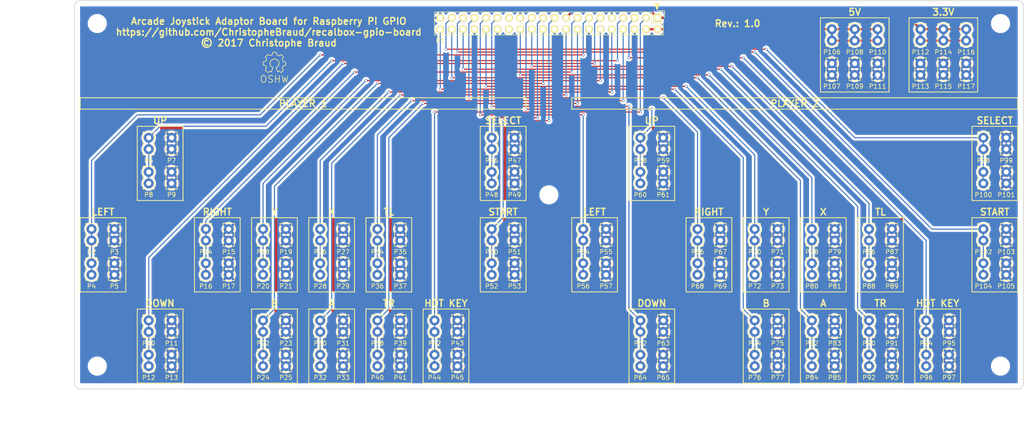
<source format=kicad_pcb>
(kicad_pcb (version 4) (host pcbnew 4.0.4-snap1-stable)
  (layers (0 F.Cu signal) (31 B.Cu signal) (34 B.Paste user hide) (35 F.Paste user hide) (36 B.SilkS user hide) (37 F.SilkS user) (38 B.Mask user hide) (39 F.Mask user hide) (44 Edge.Cuts user))
  (net 0 "")
  (net 1 "Net-(P1-Pad3)")
  (net 2 "Net-(P1-Pad5)")
  (net 3 GND)
  (net 4 "Net-(P1-Pad7)")
  (net 5 "Net-(P1-Pad8)")
  (net 6 "Net-(P1-Pad10)")
  (net 7 "Net-(P1-Pad11)")
  (net 8 "Net-(P1-Pad12)")
  (net 9 "Net-(P1-Pad13)")
  (net 10 "Net-(P1-Pad15)")
  (net 11 "Net-(P1-Pad16)")
  (net 12 "Net-(P1-Pad18)")
  (net 13 "Net-(P1-Pad19)")
  (net 14 "Net-(P1-Pad21)")
  (net 15 "Net-(P1-Pad22)")
  (net 16 "Net-(P1-Pad23)")
  (net 17 "Net-(P1-Pad24)")
  (net 18 "Net-(P1-Pad26)")
  (net 19 "Net-(P1-Pad29)")
  (net 20 "Net-(P1-Pad31)")
  (net 21 "Net-(P1-Pad32)")
  (net 22 "Net-(P1-Pad33)")
  (net 23 "Net-(P1-Pad35)")
  (net 24 "Net-(P1-Pad36)")
  (net 25 "Net-(P1-Pad37)")
  (net 26 "Net-(P1-Pad38)")
  (net 27 "Net-(P1-Pad40)")
  (net 28 +3V3)
  (net 29 +5V)
  (module Mounting_Holes:MountingHole_3.2mm_M3 (layer F.Cu) (at 252.73 54.61)
    (fp_text reference "" (at 0 -4.2) (layer F.SilkS))
    (fp_text value MountingHole_3.2mm_M3)
    (pad 1 np_thru_hole circle (at 0 0) (size 3.2 3.2) (drill 3.2) (layers *.Cu *.Mask F.SilkS))
  )
  (module Pin_Headers:Pin_Header_Straight_2x20 (layer F.Cu) (at 176.53 53.34 270)
    (fp_text reference P1 (at 5.08 48.26 360) (layer F.SilkS))
    (fp_text value CONN_02X20)
    (pad 1 thru_hole rect (at 0 0 270) (size 1.7272 1.7272) (drill 1.016) (layers *.Cu *.Mask F.SilkS) (net 28 +3V3))
    (pad 2 thru_hole oval (at 2.54 0 270) (size 1.7272 1.7272) (drill 1.016) (layers *.Cu *.Mask F.SilkS) (net 29 +5V))
    (pad 3 thru_hole oval (at 0 2.54 270) (size 1.7272 1.7272) (drill 1.016) (layers *.Cu *.Mask F.SilkS) (net 1 "Net-(P1-Pad3)"))
    (pad 4 thru_hole oval (at 2.54 2.54 270) (size 1.7272 1.7272) (drill 1.016) (layers *.Cu *.Mask F.SilkS) (net 29 +5V))
    (pad 5 thru_hole oval (at 0 5.08 270) (size 1.7272 1.7272) (drill 1.016) (layers *.Cu *.Mask F.SilkS) (net 2 "Net-(P1-Pad5)"))
    (pad 6 thru_hole oval (at 2.54 5.08 270) (size 1.7272 1.7272) (drill 1.016) (layers *.Cu *.Mask F.SilkS) (net 3 GND))
    (pad 7 thru_hole oval (at 0 7.62 270) (size 1.7272 1.7272) (drill 1.016) (layers *.Cu *.Mask F.SilkS) (net 4 "Net-(P1-Pad7)"))
    (pad 8 thru_hole oval (at 2.54 7.62 270) (size 1.7272 1.7272) (drill 1.016) (layers *.Cu *.Mask F.SilkS) (net 5 "Net-(P1-Pad8)"))
    (pad 9 thru_hole oval (at 0 10.16 270) (size 1.7272 1.7272) (drill 1.016) (layers *.Cu *.Mask F.SilkS) (net 3 GND))
    (pad 10 thru_hole oval (at 2.54 10.16 270) (size 1.7272 1.7272) (drill 1.016) (layers *.Cu *.Mask F.SilkS) (net 6 "Net-(P1-Pad10)"))
    (pad 11 thru_hole oval (at 0 12.7 270) (size 1.7272 1.7272) (drill 1.016) (layers *.Cu *.Mask F.SilkS) (net 7 "Net-(P1-Pad11)"))
    (pad 12 thru_hole oval (at 2.54 12.7 270) (size 1.7272 1.7272) (drill 1.016) (layers *.Cu *.Mask F.SilkS) (net 8 "Net-(P1-Pad12)"))
    (pad 13 thru_hole oval (at 0 15.24 270) (size 1.7272 1.7272) (drill 1.016) (layers *.Cu *.Mask F.SilkS) (net 9 "Net-(P1-Pad13)"))
    (pad 14 thru_hole oval (at 2.54 15.24 270) (size 1.7272 1.7272) (drill 1.016) (layers *.Cu *.Mask F.SilkS) (net 3 GND))
    (pad 15 thru_hole oval (at 0 17.78 270) (size 1.7272 1.7272) (drill 1.016) (layers *.Cu *.Mask F.SilkS) (net 10 "Net-(P1-Pad15)"))
    (pad 16 thru_hole oval (at 2.54 17.78 270) (size 1.7272 1.7272) (drill 1.016) (layers *.Cu *.Mask F.SilkS) (net 11 "Net-(P1-Pad16)"))
    (pad 17 thru_hole oval (at 0 20.32 270) (size 1.7272 1.7272) (drill 1.016) (layers *.Cu *.Mask F.SilkS) (net 28 +3V3))
    (pad 18 thru_hole oval (at 2.54 20.32 270) (size 1.7272 1.7272) (drill 1.016) (layers *.Cu *.Mask F.SilkS) (net 12 "Net-(P1-Pad18)"))
    (pad 19 thru_hole oval (at 0 22.86 270) (size 1.7272 1.7272) (drill 1.016) (layers *.Cu *.Mask F.SilkS) (net 13 "Net-(P1-Pad19)"))
    (pad 20 thru_hole oval (at 2.54 22.86 270) (size 1.7272 1.7272) (drill 1.016) (layers *.Cu *.Mask F.SilkS) (net 3 GND))
    (pad 21 thru_hole oval (at 0 25.4 270) (size 1.7272 1.7272) (drill 1.016) (layers *.Cu *.Mask F.SilkS) (net 14 "Net-(P1-Pad21)"))
    (pad 22 thru_hole oval (at 2.54 25.4 270) (size 1.7272 1.7272) (drill 1.016) (layers *.Cu *.Mask F.SilkS) (net 15 "Net-(P1-Pad22)"))
    (pad 23 thru_hole oval (at 0 27.94 270) (size 1.7272 1.7272) (drill 1.016) (layers *.Cu *.Mask F.SilkS) (net 16 "Net-(P1-Pad23)"))
    (pad 24 thru_hole oval (at 2.54 27.94 270) (size 1.7272 1.7272) (drill 1.016) (layers *.Cu *.Mask F.SilkS) (net 17 "Net-(P1-Pad24)"))
    (pad 25 thru_hole oval (at 0 30.48 270) (size 1.7272 1.7272) (drill 1.016) (layers *.Cu *.Mask F.SilkS) (net 3 GND))
    (pad 26 thru_hole oval (at 2.54 30.48 270) (size 1.7272 1.7272) (drill 1.016) (layers *.Cu *.Mask F.SilkS) (net 18 "Net-(P1-Pad26)"))
    (pad 27 thru_hole oval (at 0 33.02 270) (size 1.7272 1.7272) (drill 1.016) (layers *.Cu *.Mask F.SilkS))
    (pad 28 thru_hole oval (at 2.54 33.02 270) (size 1.7272 1.7272) (drill 1.016) (layers *.Cu *.Mask F.SilkS))
    (pad 29 thru_hole oval (at 0 35.56 270) (size 1.7272 1.7272) (drill 1.016) (layers *.Cu *.Mask F.SilkS) (net 19 "Net-(P1-Pad29)"))
    (pad 30 thru_hole oval (at 2.54 35.56 270) (size 1.7272 1.7272) (drill 1.016) (layers *.Cu *.Mask F.SilkS) (net 3 GND))
    (pad 31 thru_hole oval (at 0 38.1 270) (size 1.7272 1.7272) (drill 1.016) (layers *.Cu *.Mask F.SilkS) (net 20 "Net-(P1-Pad31)"))
    (pad 32 thru_hole oval (at 2.54 38.1 270) (size 1.7272 1.7272) (drill 1.016) (layers *.Cu *.Mask F.SilkS) (net 21 "Net-(P1-Pad32)"))
    (pad 33 thru_hole oval (at 0 40.64 270) (size 1.7272 1.7272) (drill 1.016) (layers *.Cu *.Mask F.SilkS) (net 22 "Net-(P1-Pad33)"))
    (pad 34 thru_hole oval (at 2.54 40.64 270) (size 1.7272 1.7272) (drill 1.016) (layers *.Cu *.Mask F.SilkS) (net 3 GND))
    (pad 35 thru_hole oval (at 0 43.18 270) (size 1.7272 1.7272) (drill 1.016) (layers *.Cu *.Mask F.SilkS) (net 23 "Net-(P1-Pad35)"))
    (pad 36 thru_hole oval (at 2.54 43.18 270) (size 1.7272 1.7272) (drill 1.016) (layers *.Cu *.Mask F.SilkS) (net 24 "Net-(P1-Pad36)"))
    (pad 37 thru_hole oval (at 0 45.72 270) (size 1.7272 1.7272) (drill 1.016) (layers *.Cu *.Mask F.SilkS) (net 25 "Net-(P1-Pad37)"))
    (pad 38 thru_hole oval (at 2.54 45.72 270) (size 1.7272 1.7272) (drill 1.016) (layers *.Cu *.Mask F.SilkS) (net 26 "Net-(P1-Pad38)"))
    (pad 39 thru_hole oval (at 0 48.26 270) (size 1.7272 1.7272) (drill 1.016) (layers *.Cu *.Mask F.SilkS) (net 3 GND))
    (pad 40 thru_hole oval (at 2.54 48.26 270) (size 1.7272 1.7272) (drill 1.016) (layers *.Cu *.Mask F.SilkS) (net 27 "Net-(P1-Pad40)"))
  )
  (module Arcade:61-3391-21 (layer F.Cu) (at 50.8 101.6)
    (fp_text reference P2 (at 0 3.81) (layer F.SilkS))
    (fp_text value <1)
    (pad 1 thru_hole circle (at 0 -1.27) (size 2.2 2.2) (drill 1.1) (layers *.Cu *.Mask) (net 9 "Net-(P1-Pad13)"))
    (pad 1 thru_hole circle (at 0 1.27) (size 2.2 2.2) (drill 1.1) (layers *.Cu *.Mask) (net 9 "Net-(P1-Pad13)"))
  )
  (module Arcade:61-3391-21 (layer F.Cu) (at 55.88 101.6)
    (fp_text reference P3 (at 0 3.81) (layer F.SilkS))
    (fp_text value GND)
    (pad 1 thru_hole circle (at 0 -1.27) (size 2.2 2.2) (drill 1.1) (layers *.Cu *.Mask) (net 3 GND))
    (pad 1 thru_hole circle (at 0 1.27) (size 2.2 2.2) (drill 1.1) (layers *.Cu *.Mask) (net 3 GND))
  )
  (module Arcade:61-3391-21 (layer F.Cu) (at 50.8 109.22)
    (fp_text reference P4 (at 0 3.81) (layer F.SilkS))
    (fp_text value <1)
    (pad 1 thru_hole circle (at 0 -1.27) (size 2.2 2.2) (drill 1.1) (layers *.Cu *.Mask) (net 9 "Net-(P1-Pad13)"))
    (pad 1 thru_hole circle (at 0 1.27) (size 2.2 2.2) (drill 1.1) (layers *.Cu *.Mask) (net 9 "Net-(P1-Pad13)"))
  )
  (module Arcade:61-3391-21 (layer F.Cu) (at 55.88 109.22)
    (fp_text reference P5 (at 0 3.81) (layer F.SilkS))
    (fp_text value GND)
    (pad 1 thru_hole circle (at 0 -1.27) (size 2.2 2.2) (drill 1.1) (layers *.Cu *.Mask) (net 3 GND))
    (pad 1 thru_hole circle (at 0 1.27) (size 2.2 2.2) (drill 1.1) (layers *.Cu *.Mask) (net 3 GND))
  )
  (module Arcade:61-3391-21 (layer F.Cu) (at 63.5 81.28)
    (fp_text reference P6 (at 0 3.81) (layer F.SilkS))
    (fp_text value ^1)
    (pad 1 thru_hole circle (at 0 -1.27) (size 2.2 2.2) (drill 1.1) (layers *.Cu *.Mask) (net 4 "Net-(P1-Pad7)"))
    (pad 1 thru_hole circle (at 0 1.27) (size 2.2 2.2) (drill 1.1) (layers *.Cu *.Mask) (net 4 "Net-(P1-Pad7)"))
  )
  (module Arcade:61-3391-21 (layer F.Cu) (at 68.58 81.28)
    (fp_text reference P7 (at 0 3.81) (layer F.SilkS))
    (fp_text value GND)
    (pad 1 thru_hole circle (at 0 -1.27) (size 2.2 2.2) (drill 1.1) (layers *.Cu *.Mask) (net 3 GND))
    (pad 1 thru_hole circle (at 0 1.27) (size 2.2 2.2) (drill 1.1) (layers *.Cu *.Mask) (net 3 GND))
  )
  (module Arcade:61-3391-21 (layer F.Cu) (at 63.5 88.9)
    (fp_text reference P8 (at 0 3.81) (layer F.SilkS))
    (fp_text value ^1)
    (pad 1 thru_hole circle (at 0 -1.27) (size 2.2 2.2) (drill 1.1) (layers *.Cu *.Mask) (net 4 "Net-(P1-Pad7)"))
    (pad 1 thru_hole circle (at 0 1.27) (size 2.2 2.2) (drill 1.1) (layers *.Cu *.Mask) (net 4 "Net-(P1-Pad7)"))
  )
  (module Arcade:61-3391-21 (layer F.Cu) (at 68.58 88.9)
    (fp_text reference P9 (at 0 3.81) (layer F.SilkS))
    (fp_text value GND)
    (pad 1 thru_hole circle (at 0 -1.27) (size 2.2 2.2) (drill 1.1) (layers *.Cu *.Mask) (net 3 GND))
    (pad 1 thru_hole circle (at 0 1.27) (size 2.2 2.2) (drill 1.1) (layers *.Cu *.Mask) (net 3 GND))
  )
  (module Arcade:61-3391-21 (layer F.Cu) (at 63.5 121.92)
    (fp_text reference P10 (at 0 3.81) (layer F.SilkS))
    (fp_text value v1)
    (pad 1 thru_hole circle (at 0 -1.27) (size 2.2 2.2) (drill 1.1) (layers *.Cu *.Mask) (net 7 "Net-(P1-Pad11)"))
    (pad 1 thru_hole circle (at 0 1.27) (size 2.2 2.2) (drill 1.1) (layers *.Cu *.Mask) (net 7 "Net-(P1-Pad11)"))
  )
  (module Arcade:61-3391-21 (layer F.Cu) (at 68.58 121.92)
    (fp_text reference P11 (at 0 3.81) (layer F.SilkS))
    (fp_text value GND)
    (pad 1 thru_hole circle (at 0 -1.27) (size 2.2 2.2) (drill 1.1) (layers *.Cu *.Mask) (net 3 GND))
    (pad 1 thru_hole circle (at 0 1.27) (size 2.2 2.2) (drill 1.1) (layers *.Cu *.Mask) (net 3 GND))
  )
  (module Arcade:61-3391-21 (layer F.Cu) (at 63.5 129.54)
    (fp_text reference P12 (at 0 3.81) (layer F.SilkS))
    (fp_text value v1)
    (pad 1 thru_hole circle (at 0 -1.27) (size 2.2 2.2) (drill 1.1) (layers *.Cu *.Mask) (net 7 "Net-(P1-Pad11)"))
    (pad 1 thru_hole circle (at 0 1.27) (size 2.2 2.2) (drill 1.1) (layers *.Cu *.Mask) (net 7 "Net-(P1-Pad11)"))
  )
  (module Arcade:61-3391-21 (layer F.Cu) (at 68.58 129.54)
    (fp_text reference P13 (at 0 3.81) (layer F.SilkS))
    (fp_text value GND)
    (pad 1 thru_hole circle (at 0 -1.27) (size 2.2 2.2) (drill 1.1) (layers *.Cu *.Mask) (net 3 GND))
    (pad 1 thru_hole circle (at 0 1.27) (size 2.2 2.2) (drill 1.1) (layers *.Cu *.Mask) (net 3 GND))
  )
  (module Arcade:61-3391-21 (layer F.Cu) (at 76.2 101.6)
    (fp_text reference P14 (at 0 3.81) (layer F.SilkS))
    (fp_text value >1)
    (pad 1 thru_hole circle (at 0 -1.27) (size 2.2 2.2) (drill 1.1) (layers *.Cu *.Mask) (net 10 "Net-(P1-Pad15)"))
    (pad 1 thru_hole circle (at 0 1.27) (size 2.2 2.2) (drill 1.1) (layers *.Cu *.Mask) (net 10 "Net-(P1-Pad15)"))
  )
  (module Arcade:61-3391-21 (layer F.Cu) (at 81.28 101.6)
    (fp_text reference P15 (at 0 3.81) (layer F.SilkS))
    (fp_text value GND)
    (pad 1 thru_hole circle (at 0 -1.27) (size 2.2 2.2) (drill 1.1) (layers *.Cu *.Mask) (net 3 GND))
    (pad 1 thru_hole circle (at 0 1.27) (size 2.2 2.2) (drill 1.1) (layers *.Cu *.Mask) (net 3 GND))
  )
  (module Arcade:61-3391-21 (layer F.Cu) (at 76.2 109.22)
    (fp_text reference P16 (at 0 3.81) (layer F.SilkS))
    (fp_text value >1)
    (pad 1 thru_hole circle (at 0 -1.27) (size 2.2 2.2) (drill 1.1) (layers *.Cu *.Mask) (net 10 "Net-(P1-Pad15)"))
    (pad 1 thru_hole circle (at 0 1.27) (size 2.2 2.2) (drill 1.1) (layers *.Cu *.Mask) (net 10 "Net-(P1-Pad15)"))
  )
  (module Arcade:61-3391-21 (layer F.Cu) (at 81.28 109.22)
    (fp_text reference P17 (at 0 3.81) (layer F.SilkS))
    (fp_text value GND)
    (pad 1 thru_hole circle (at 0 -1.27) (size 2.2 2.2) (drill 1.1) (layers *.Cu *.Mask) (net 3 GND))
    (pad 1 thru_hole circle (at 0 1.27) (size 2.2 2.2) (drill 1.1) (layers *.Cu *.Mask) (net 3 GND))
  )
  (module Arcade:61-3391-21 (layer F.Cu) (at 88.9 101.6)
    (fp_text reference P18 (at 0 3.81) (layer F.SilkS))
    (fp_text value Y1)
    (pad 1 thru_hole circle (at 0 -1.27) (size 2.2 2.2) (drill 1.1) (layers *.Cu *.Mask) (net 8 "Net-(P1-Pad12)"))
    (pad 1 thru_hole circle (at 0 1.27) (size 2.2 2.2) (drill 1.1) (layers *.Cu *.Mask) (net 8 "Net-(P1-Pad12)"))
  )
  (module Arcade:61-3391-21 (layer F.Cu) (at 93.98 101.6)
    (fp_text reference P19 (at 0 3.81) (layer F.SilkS))
    (fp_text value GND)
    (pad 1 thru_hole circle (at 0 -1.27) (size 2.2 2.2) (drill 1.1) (layers *.Cu *.Mask) (net 3 GND))
    (pad 1 thru_hole circle (at 0 1.27) (size 2.2 2.2) (drill 1.1) (layers *.Cu *.Mask) (net 3 GND))
  )
  (module Arcade:61-3391-21 (layer F.Cu) (at 88.9 109.22)
    (fp_text reference P20 (at 0 3.81) (layer F.SilkS))
    (fp_text value Y1)
    (pad 1 thru_hole circle (at 0 -1.27) (size 2.2 2.2) (drill 1.1) (layers *.Cu *.Mask) (net 8 "Net-(P1-Pad12)"))
    (pad 1 thru_hole circle (at 0 1.27) (size 2.2 2.2) (drill 1.1) (layers *.Cu *.Mask) (net 8 "Net-(P1-Pad12)"))
  )
  (module Arcade:61-3391-21 (layer F.Cu) (at 93.98 109.22)
    (fp_text reference P21 (at 0 3.81) (layer F.SilkS))
    (fp_text value GND)
    (pad 1 thru_hole circle (at 0 -1.27) (size 2.2 2.2) (drill 1.1) (layers *.Cu *.Mask) (net 3 GND))
    (pad 1 thru_hole circle (at 0 1.27) (size 2.2 2.2) (drill 1.1) (layers *.Cu *.Mask) (net 3 GND))
  )
  (module Arcade:61-3391-21 (layer F.Cu) (at 88.9 121.92)
    (fp_text reference P22 (at 0 3.81) (layer F.SilkS))
    (fp_text value B1)
    (pad 1 thru_hole circle (at 0 -1.27) (size 2.2 2.2) (drill 1.1) (layers *.Cu *.Mask) (net 15 "Net-(P1-Pad22)"))
    (pad 1 thru_hole circle (at 0 1.27) (size 2.2 2.2) (drill 1.1) (layers *.Cu *.Mask) (net 15 "Net-(P1-Pad22)"))
  )
  (module Arcade:61-3391-21 (layer F.Cu) (at 93.98 121.92)
    (fp_text reference P23 (at 0 3.81) (layer F.SilkS))
    (fp_text value GND)
    (pad 1 thru_hole circle (at 0 -1.27) (size 2.2 2.2) (drill 1.1) (layers *.Cu *.Mask) (net 3 GND))
    (pad 1 thru_hole circle (at 0 1.27) (size 2.2 2.2) (drill 1.1) (layers *.Cu *.Mask) (net 3 GND))
  )
  (module Arcade:61-3391-21 (layer F.Cu) (at 88.9 129.54)
    (fp_text reference P24 (at 0 3.81) (layer F.SilkS))
    (fp_text value B1)
    (pad 1 thru_hole circle (at 0 -1.27) (size 2.2 2.2) (drill 1.1) (layers *.Cu *.Mask) (net 15 "Net-(P1-Pad22)"))
    (pad 1 thru_hole circle (at 0 1.27) (size 2.2 2.2) (drill 1.1) (layers *.Cu *.Mask) (net 15 "Net-(P1-Pad22)"))
  )
  (module Arcade:61-3391-21 (layer F.Cu) (at 93.98 129.54)
    (fp_text reference P25 (at 0 3.81) (layer F.SilkS))
    (fp_text value GND)
    (pad 1 thru_hole circle (at 0 -1.27) (size 2.2 2.2) (drill 1.1) (layers *.Cu *.Mask) (net 3 GND))
    (pad 1 thru_hole circle (at 0 1.27) (size 2.2 2.2) (drill 1.1) (layers *.Cu *.Mask) (net 3 GND))
  )
  (module Arcade:61-3391-21 (layer F.Cu) (at 101.6 101.6)
    (fp_text reference P26 (at 0 3.81) (layer F.SilkS))
    (fp_text value X1)
    (pad 1 thru_hole circle (at 0 -1.27) (size 2.2 2.2) (drill 1.1) (layers *.Cu *.Mask) (net 6 "Net-(P1-Pad10)"))
    (pad 1 thru_hole circle (at 0 1.27) (size 2.2 2.2) (drill 1.1) (layers *.Cu *.Mask) (net 6 "Net-(P1-Pad10)"))
  )
  (module Arcade:61-3391-21 (layer F.Cu) (at 106.68 101.6)
    (fp_text reference P27 (at 0 3.81) (layer F.SilkS))
    (fp_text value GND)
    (pad 1 thru_hole circle (at 0 -1.27) (size 2.2 2.2) (drill 1.1) (layers *.Cu *.Mask) (net 3 GND))
    (pad 1 thru_hole circle (at 0 1.27) (size 2.2 2.2) (drill 1.1) (layers *.Cu *.Mask) (net 3 GND))
  )
  (module Arcade:61-3391-21 (layer F.Cu) (at 101.6 109.22)
    (fp_text reference P28 (at 0 3.81) (layer F.SilkS))
    (fp_text value X1)
    (pad 1 thru_hole circle (at 0 -1.27) (size 2.2 2.2) (drill 1.1) (layers *.Cu *.Mask) (net 6 "Net-(P1-Pad10)"))
    (pad 1 thru_hole circle (at 0 1.27) (size 2.2 2.2) (drill 1.1) (layers *.Cu *.Mask) (net 6 "Net-(P1-Pad10)"))
  )
  (module Arcade:61-3391-21 (layer F.Cu) (at 106.68 109.22)
    (fp_text reference P29 (at 0 3.81) (layer F.SilkS))
    (fp_text value GND)
    (pad 1 thru_hole circle (at 0 -1.27) (size 2.2 2.2) (drill 1.1) (layers *.Cu *.Mask) (net 3 GND))
    (pad 1 thru_hole circle (at 0 1.27) (size 2.2 2.2) (drill 1.1) (layers *.Cu *.Mask) (net 3 GND))
  )
  (module Arcade:61-3391-21 (layer F.Cu) (at 101.6 121.92)
    (fp_text reference P30 (at 0 3.81) (layer F.SilkS))
    (fp_text value A1)
    (pad 1 thru_hole circle (at 0 -1.27) (size 2.2 2.2) (drill 1.1) (layers *.Cu *.Mask) (net 12 "Net-(P1-Pad18)"))
    (pad 1 thru_hole circle (at 0 1.27) (size 2.2 2.2) (drill 1.1) (layers *.Cu *.Mask) (net 12 "Net-(P1-Pad18)"))
  )
  (module Arcade:61-3391-21 (layer F.Cu) (at 106.68 121.92)
    (fp_text reference P31 (at 0 3.81) (layer F.SilkS))
    (fp_text value GND)
    (pad 1 thru_hole circle (at 0 -1.27) (size 2.2 2.2) (drill 1.1) (layers *.Cu *.Mask) (net 3 GND))
    (pad 1 thru_hole circle (at 0 1.27) (size 2.2 2.2) (drill 1.1) (layers *.Cu *.Mask) (net 3 GND))
  )
  (module Arcade:61-3391-21 (layer F.Cu) (at 101.6 129.54)
    (fp_text reference P32 (at 0 3.81) (layer F.SilkS))
    (fp_text value A1)
    (pad 1 thru_hole circle (at 0 -1.27) (size 2.2 2.2) (drill 1.1) (layers *.Cu *.Mask) (net 12 "Net-(P1-Pad18)"))
    (pad 1 thru_hole circle (at 0 1.27) (size 2.2 2.2) (drill 1.1) (layers *.Cu *.Mask) (net 12 "Net-(P1-Pad18)"))
  )
  (module Arcade:61-3391-21 (layer F.Cu) (at 106.68 129.54)
    (fp_text reference P33 (at 0 3.81) (layer F.SilkS))
    (fp_text value GND)
    (pad 1 thru_hole circle (at 0 -1.27) (size 2.2 2.2) (drill 1.1) (layers *.Cu *.Mask) (net 3 GND))
    (pad 1 thru_hole circle (at 0 1.27) (size 2.2 2.2) (drill 1.1) (layers *.Cu *.Mask) (net 3 GND))
  )
  (module Arcade:61-3391-21 (layer F.Cu) (at 114.3 101.6)
    (fp_text reference P34 (at 0 3.81) (layer F.SilkS))
    (fp_text value TL1)
    (pad 1 thru_hole circle (at 0 -1.27) (size 2.2 2.2) (drill 1.1) (layers *.Cu *.Mask) (net 5 "Net-(P1-Pad8)"))
    (pad 1 thru_hole circle (at 0 1.27) (size 2.2 2.2) (drill 1.1) (layers *.Cu *.Mask) (net 5 "Net-(P1-Pad8)"))
  )
  (module Arcade:61-3391-21 (layer F.Cu) (at 119.38 101.6)
    (fp_text reference P35 (at 0 3.81) (layer F.SilkS))
    (fp_text value GND)
    (pad 1 thru_hole circle (at 0 -1.27) (size 2.2 2.2) (drill 1.1) (layers *.Cu *.Mask) (net 3 GND))
    (pad 1 thru_hole circle (at 0 1.27) (size 2.2 2.2) (drill 1.1) (layers *.Cu *.Mask) (net 3 GND))
  )
  (module Arcade:61-3391-21 (layer F.Cu) (at 114.3 109.22)
    (fp_text reference P36 (at 0 3.81) (layer F.SilkS))
    (fp_text value TL1)
    (pad 1 thru_hole circle (at 0 -1.27) (size 2.2 2.2) (drill 1.1) (layers *.Cu *.Mask) (net 5 "Net-(P1-Pad8)"))
    (pad 1 thru_hole circle (at 0 1.27) (size 2.2 2.2) (drill 1.1) (layers *.Cu *.Mask) (net 5 "Net-(P1-Pad8)"))
  )
  (module Arcade:61-3391-21 (layer F.Cu) (at 119.38 109.22)
    (fp_text reference P37 (at 0 3.81) (layer F.SilkS))
    (fp_text value GND)
    (pad 1 thru_hole circle (at 0 -1.27) (size 2.2 2.2) (drill 1.1) (layers *.Cu *.Mask) (net 3 GND))
    (pad 1 thru_hole circle (at 0 1.27) (size 2.2 2.2) (drill 1.1) (layers *.Cu *.Mask) (net 3 GND))
  )
  (module Arcade:61-3391-21 (layer F.Cu) (at 114.3 121.92)
    (fp_text reference P38 (at 0 3.81) (layer F.SilkS))
    (fp_text value TR1)
    (pad 1 thru_hole circle (at 0 -1.27) (size 2.2 2.2) (drill 1.1) (layers *.Cu *.Mask) (net 11 "Net-(P1-Pad16)"))
    (pad 1 thru_hole circle (at 0 1.27) (size 2.2 2.2) (drill 1.1) (layers *.Cu *.Mask) (net 11 "Net-(P1-Pad16)"))
  )
  (module Arcade:61-3391-21 (layer F.Cu) (at 119.38 121.92)
    (fp_text reference P39 (at 0 3.81) (layer F.SilkS))
    (fp_text value GND)
    (pad 1 thru_hole circle (at 0 -1.27) (size 2.2 2.2) (drill 1.1) (layers *.Cu *.Mask) (net 3 GND))
    (pad 1 thru_hole circle (at 0 1.27) (size 2.2 2.2) (drill 1.1) (layers *.Cu *.Mask) (net 3 GND))
  )
  (module Arcade:61-3391-21 (layer F.Cu) (at 114.3 129.54)
    (fp_text reference P40 (at 0 3.81) (layer F.SilkS))
    (fp_text value TR1)
    (pad 1 thru_hole circle (at 0 -1.27) (size 2.2 2.2) (drill 1.1) (layers *.Cu *.Mask) (net 11 "Net-(P1-Pad16)"))
    (pad 1 thru_hole circle (at 0 1.27) (size 2.2 2.2) (drill 1.1) (layers *.Cu *.Mask) (net 11 "Net-(P1-Pad16)"))
  )
  (module Arcade:61-3391-21 (layer F.Cu) (at 119.38 129.54)
    (fp_text reference P41 (at 0 3.81) (layer F.SilkS))
    (fp_text value GND)
    (pad 1 thru_hole circle (at 0 -1.27) (size 2.2 2.2) (drill 1.1) (layers *.Cu *.Mask) (net 3 GND))
    (pad 1 thru_hole circle (at 0 1.27) (size 2.2 2.2) (drill 1.1) (layers *.Cu *.Mask) (net 3 GND))
  )
  (module Arcade:61-3391-21 (layer F.Cu) (at 127 121.92)
    (fp_text reference P42 (at 0 3.81) (layer F.SilkS))
    (fp_text value HK1)
    (pad 1 thru_hole circle (at 0 -1.27) (size 2.2 2.2) (drill 1.1) (layers *.Cu *.Mask) (net 1 "Net-(P1-Pad3)"))
    (pad 1 thru_hole circle (at 0 1.27) (size 2.2 2.2) (drill 1.1) (layers *.Cu *.Mask) (net 1 "Net-(P1-Pad3)"))
  )
  (module Arcade:61-3391-21 (layer F.Cu) (at 132.08 121.92)
    (fp_text reference P43 (at 0 3.81) (layer F.SilkS))
    (fp_text value GND)
    (pad 1 thru_hole circle (at 0 -1.27) (size 2.2 2.2) (drill 1.1) (layers *.Cu *.Mask) (net 3 GND))
    (pad 1 thru_hole circle (at 0 1.27) (size 2.2 2.2) (drill 1.1) (layers *.Cu *.Mask) (net 3 GND))
  )
  (module Arcade:61-3391-21 (layer F.Cu) (at 127 129.54)
    (fp_text reference P44 (at 0 3.81) (layer F.SilkS))
    (fp_text value HK1)
    (pad 1 thru_hole circle (at 0 -1.27) (size 2.2 2.2) (drill 1.1) (layers *.Cu *.Mask) (net 1 "Net-(P1-Pad3)"))
    (pad 1 thru_hole circle (at 0 1.27) (size 2.2 2.2) (drill 1.1) (layers *.Cu *.Mask) (net 1 "Net-(P1-Pad3)"))
  )
  (module Arcade:61-3391-21 (layer F.Cu) (at 132.08 129.54)
    (fp_text reference P45 (at 0 3.81) (layer F.SilkS))
    (fp_text value GND)
    (pad 1 thru_hole circle (at 0 -1.27) (size 2.2 2.2) (drill 1.1) (layers *.Cu *.Mask) (net 3 GND))
    (pad 1 thru_hole circle (at 0 1.27) (size 2.2 2.2) (drill 1.1) (layers *.Cu *.Mask) (net 3 GND))
  )
  (module Arcade:61-3391-21 (layer F.Cu) (at 139.7 81.28)
    (fp_text reference P46 (at 0 3.81) (layer F.SilkS))
    (fp_text value SE1)
    (pad 1 thru_hole circle (at 0 -1.27) (size 2.2 2.2) (drill 1.1) (layers *.Cu *.Mask) (net 14 "Net-(P1-Pad21)"))
    (pad 1 thru_hole circle (at 0 1.27) (size 2.2 2.2) (drill 1.1) (layers *.Cu *.Mask) (net 14 "Net-(P1-Pad21)"))
  )
  (module Arcade:61-3391-21 (layer F.Cu) (at 144.78 81.28)
    (fp_text reference P47 (at 0 3.81) (layer F.SilkS))
    (fp_text value GND)
    (pad 1 thru_hole circle (at 0 -1.27) (size 2.2 2.2) (drill 1.1) (layers *.Cu *.Mask) (net 3 GND))
    (pad 1 thru_hole circle (at 0 1.27) (size 2.2 2.2) (drill 1.1) (layers *.Cu *.Mask) (net 3 GND))
  )
  (module Arcade:61-3391-21 (layer F.Cu) (at 139.7 88.9)
    (fp_text reference P48 (at 0 3.81) (layer F.SilkS))
    (fp_text value SE1)
    (pad 1 thru_hole circle (at 0 -1.27) (size 2.2 2.2) (drill 1.1) (layers *.Cu *.Mask) (net 14 "Net-(P1-Pad21)"))
    (pad 1 thru_hole circle (at 0 1.27) (size 2.2 2.2) (drill 1.1) (layers *.Cu *.Mask) (net 14 "Net-(P1-Pad21)"))
  )
  (module Arcade:61-3391-21 (layer F.Cu) (at 144.78 88.9)
    (fp_text reference P49 (at 0 3.81) (layer F.SilkS))
    (fp_text value GND)
    (pad 1 thru_hole circle (at 0 -1.27) (size 2.2 2.2) (drill 1.1) (layers *.Cu *.Mask) (net 3 GND))
    (pad 1 thru_hole circle (at 0 1.27) (size 2.2 2.2) (drill 1.1) (layers *.Cu *.Mask) (net 3 GND))
  )
  (module Arcade:61-3391-21 (layer F.Cu) (at 139.7 101.6)
    (fp_text reference P50 (at 0 3.81) (layer F.SilkS))
    (fp_text value ST1)
    (pad 1 thru_hole circle (at 0 -1.27) (size 2.2 2.2) (drill 1.1) (layers *.Cu *.Mask) (net 13 "Net-(P1-Pad19)"))
    (pad 1 thru_hole circle (at 0 1.27) (size 2.2 2.2) (drill 1.1) (layers *.Cu *.Mask) (net 13 "Net-(P1-Pad19)"))
  )
  (module Arcade:61-3391-21 (layer F.Cu) (at 144.78 101.6)
    (fp_text reference P51 (at 0 3.81) (layer F.SilkS))
    (fp_text value GND)
    (pad 1 thru_hole circle (at 0 -1.27) (size 2.2 2.2) (drill 1.1) (layers *.Cu *.Mask) (net 3 GND))
    (pad 1 thru_hole circle (at 0 1.27) (size 2.2 2.2) (drill 1.1) (layers *.Cu *.Mask) (net 3 GND))
  )
  (module Arcade:61-3391-21 (layer F.Cu) (at 139.7 109.22)
    (fp_text reference P52 (at 0 3.81) (layer F.SilkS))
    (fp_text value ST1)
    (pad 1 thru_hole circle (at 0 -1.27) (size 2.2 2.2) (drill 1.1) (layers *.Cu *.Mask) (net 13 "Net-(P1-Pad19)"))
    (pad 1 thru_hole circle (at 0 1.27) (size 2.2 2.2) (drill 1.1) (layers *.Cu *.Mask) (net 13 "Net-(P1-Pad19)"))
  )
  (module Arcade:61-3391-21 (layer F.Cu) (at 144.78 109.22)
    (fp_text reference P53 (at 0 3.81) (layer F.SilkS))
    (fp_text value GND)
    (pad 1 thru_hole circle (at 0 -1.27) (size 2.2 2.2) (drill 1.1) (layers *.Cu *.Mask) (net 3 GND))
    (pad 1 thru_hole circle (at 0 1.27) (size 2.2 2.2) (drill 1.1) (layers *.Cu *.Mask) (net 3 GND))
  )
  (module Arcade:61-3391-21 (layer F.Cu) (at 160.02 101.6)
    (fp_text reference P54 (at 0 3.81) (layer F.SilkS))
    (fp_text value <2)
    (pad 1 thru_hole circle (at 0 -1.27) (size 2.2 2.2) (drill 1.1) (layers *.Cu *.Mask) (net 20 "Net-(P1-Pad31)"))
    (pad 1 thru_hole circle (at 0 1.27) (size 2.2 2.2) (drill 1.1) (layers *.Cu *.Mask) (net 20 "Net-(P1-Pad31)"))
  )
  (module Arcade:61-3391-21 (layer F.Cu) (at 165.1 101.6)
    (fp_text reference P55 (at 0 3.81) (layer F.SilkS))
    (fp_text value GND)
    (pad 1 thru_hole circle (at 0 -1.27) (size 2.2 2.2) (drill 1.1) (layers *.Cu *.Mask) (net 3 GND))
    (pad 1 thru_hole circle (at 0 1.27) (size 2.2 2.2) (drill 1.1) (layers *.Cu *.Mask) (net 3 GND))
  )
  (module Arcade:61-3391-21 (layer F.Cu) (at 160.02 109.22)
    (fp_text reference P56 (at 0 3.81) (layer F.SilkS))
    (fp_text value <2)
    (pad 1 thru_hole circle (at 0 -1.27) (size 2.2 2.2) (drill 1.1) (layers *.Cu *.Mask) (net 20 "Net-(P1-Pad31)"))
    (pad 1 thru_hole circle (at 0 1.27) (size 2.2 2.2) (drill 1.1) (layers *.Cu *.Mask) (net 20 "Net-(P1-Pad31)"))
  )
  (module Arcade:61-3391-21 (layer F.Cu) (at 165.1 109.22)
    (fp_text reference P57 (at 0 3.81) (layer F.SilkS))
    (fp_text value GND)
    (pad 1 thru_hole circle (at 0 -1.27) (size 2.2 2.2) (drill 1.1) (layers *.Cu *.Mask) (net 3 GND))
    (pad 1 thru_hole circle (at 0 1.27) (size 2.2 2.2) (drill 1.1) (layers *.Cu *.Mask) (net 3 GND))
  )
  (module Arcade:61-3391-21 (layer F.Cu) (at 172.72 81.28)
    (fp_text reference P58 (at 0 3.81) (layer F.SilkS))
    (fp_text value ^2)
    (pad 1 thru_hole circle (at 0 -1.27) (size 2.2 2.2) (drill 1.1) (layers *.Cu *.Mask) (net 16 "Net-(P1-Pad23)"))
    (pad 1 thru_hole circle (at 0 1.27) (size 2.2 2.2) (drill 1.1) (layers *.Cu *.Mask) (net 16 "Net-(P1-Pad23)"))
  )
  (module Arcade:61-3391-21 (layer F.Cu) (at 177.8 81.28)
    (fp_text reference P59 (at 0 3.81) (layer F.SilkS))
    (fp_text value GND)
    (pad 1 thru_hole circle (at 0 -1.27) (size 2.2 2.2) (drill 1.1) (layers *.Cu *.Mask) (net 3 GND))
    (pad 1 thru_hole circle (at 0 1.27) (size 2.2 2.2) (drill 1.1) (layers *.Cu *.Mask) (net 3 GND))
  )
  (module Arcade:61-3391-21 (layer F.Cu) (at 172.72 88.9)
    (fp_text reference P60 (at 0 3.81) (layer F.SilkS))
    (fp_text value ^2)
    (pad 1 thru_hole circle (at 0 -1.27) (size 2.2 2.2) (drill 1.1) (layers *.Cu *.Mask) (net 16 "Net-(P1-Pad23)"))
    (pad 1 thru_hole circle (at 0 1.27) (size 2.2 2.2) (drill 1.1) (layers *.Cu *.Mask) (net 16 "Net-(P1-Pad23)"))
  )
  (module Arcade:61-3391-21 (layer F.Cu) (at 177.8 88.9)
    (fp_text reference P61 (at 0 3.81) (layer F.SilkS))
    (fp_text value GND)
    (pad 1 thru_hole circle (at 0 -1.27) (size 2.2 2.2) (drill 1.1) (layers *.Cu *.Mask) (net 3 GND))
    (pad 1 thru_hole circle (at 0 1.27) (size 2.2 2.2) (drill 1.1) (layers *.Cu *.Mask) (net 3 GND))
  )
  (module Arcade:61-3391-21 (layer F.Cu) (at 172.72 121.92)
    (fp_text reference P62 (at 0 3.81) (layer F.SilkS))
    (fp_text value v2)
    (pad 1 thru_hole circle (at 0 -1.27) (size 2.2 2.2) (drill 1.1) (layers *.Cu *.Mask) (net 19 "Net-(P1-Pad29)"))
    (pad 1 thru_hole circle (at 0 1.27) (size 2.2 2.2) (drill 1.1) (layers *.Cu *.Mask) (net 19 "Net-(P1-Pad29)"))
  )
  (module Arcade:61-3391-21 (layer F.Cu) (at 177.8 121.92)
    (fp_text reference P63 (at 0 3.81) (layer F.SilkS))
    (fp_text value GND)
    (pad 1 thru_hole circle (at 0 -1.27) (size 2.2 2.2) (drill 1.1) (layers *.Cu *.Mask) (net 3 GND))
    (pad 1 thru_hole circle (at 0 1.27) (size 2.2 2.2) (drill 1.1) (layers *.Cu *.Mask) (net 3 GND))
  )
  (module Arcade:61-3391-21 (layer F.Cu) (at 172.72 129.54)
    (fp_text reference P64 (at 0 3.81) (layer F.SilkS))
    (fp_text value v2)
    (pad 1 thru_hole circle (at 0 -1.27) (size 2.2 2.2) (drill 1.1) (layers *.Cu *.Mask) (net 19 "Net-(P1-Pad29)"))
    (pad 1 thru_hole circle (at 0 1.27) (size 2.2 2.2) (drill 1.1) (layers *.Cu *.Mask) (net 19 "Net-(P1-Pad29)"))
  )
  (module Arcade:61-3391-21 (layer F.Cu) (at 177.8 129.54)
    (fp_text reference P65 (at 0 3.81) (layer F.SilkS))
    (fp_text value GND)
    (pad 1 thru_hole circle (at 0 -1.27) (size 2.2 2.2) (drill 1.1) (layers *.Cu *.Mask) (net 3 GND))
    (pad 1 thru_hole circle (at 0 1.27) (size 2.2 2.2) (drill 1.1) (layers *.Cu *.Mask) (net 3 GND))
  )
  (module Arcade:61-3391-21 (layer F.Cu) (at 185.42 101.6)
    (fp_text reference P66 (at 0 3.81) (layer F.SilkS))
    (fp_text value >2)
    (pad 1 thru_hole circle (at 0 -1.27) (size 2.2 2.2) (drill 1.1) (layers *.Cu *.Mask) (net 22 "Net-(P1-Pad33)"))
    (pad 1 thru_hole circle (at 0 1.27) (size 2.2 2.2) (drill 1.1) (layers *.Cu *.Mask) (net 22 "Net-(P1-Pad33)"))
  )
  (module Arcade:61-3391-21 (layer F.Cu) (at 190.5 101.6)
    (fp_text reference P67 (at 0 3.81) (layer F.SilkS))
    (fp_text value GND)
    (pad 1 thru_hole circle (at 0 -1.27) (size 2.2 2.2) (drill 1.1) (layers *.Cu *.Mask) (net 3 GND))
    (pad 1 thru_hole circle (at 0 1.27) (size 2.2 2.2) (drill 1.1) (layers *.Cu *.Mask) (net 3 GND))
  )
  (module Arcade:61-3391-21 (layer F.Cu) (at 185.42 109.22)
    (fp_text reference P68 (at 0 3.81) (layer F.SilkS))
    (fp_text value >2)
    (pad 1 thru_hole circle (at 0 -1.27) (size 2.2 2.2) (drill 1.1) (layers *.Cu *.Mask) (net 22 "Net-(P1-Pad33)"))
    (pad 1 thru_hole circle (at 0 1.27) (size 2.2 2.2) (drill 1.1) (layers *.Cu *.Mask) (net 22 "Net-(P1-Pad33)"))
  )
  (module Arcade:61-3391-21 (layer F.Cu) (at 190.5 109.22)
    (fp_text reference P69 (at 0 3.81) (layer F.SilkS))
    (fp_text value GND)
    (pad 1 thru_hole circle (at 0 -1.27) (size 2.2 2.2) (drill 1.1) (layers *.Cu *.Mask) (net 3 GND))
    (pad 1 thru_hole circle (at 0 1.27) (size 2.2 2.2) (drill 1.1) (layers *.Cu *.Mask) (net 3 GND))
  )
  (module Arcade:61-3391-21 (layer F.Cu) (at 198.12 101.6)
    (fp_text reference P70 (at 0 3.81) (layer F.SilkS))
    (fp_text value Y2)
    (pad 1 thru_hole circle (at 0 -1.27) (size 2.2 2.2) (drill 1.1) (layers *.Cu *.Mask) (net 21 "Net-(P1-Pad32)"))
    (pad 1 thru_hole circle (at 0 1.27) (size 2.2 2.2) (drill 1.1) (layers *.Cu *.Mask) (net 21 "Net-(P1-Pad32)"))
  )
  (module Arcade:61-3391-21 (layer F.Cu) (at 203.2 101.6)
    (fp_text reference P71 (at 0 3.81) (layer F.SilkS))
    (fp_text value GND)
    (pad 1 thru_hole circle (at 0 -1.27) (size 2.2 2.2) (drill 1.1) (layers *.Cu *.Mask) (net 3 GND))
    (pad 1 thru_hole circle (at 0 1.27) (size 2.2 2.2) (drill 1.1) (layers *.Cu *.Mask) (net 3 GND))
  )
  (module Arcade:61-3391-21 (layer F.Cu) (at 198.12 109.22)
    (fp_text reference P72 (at 0 3.81) (layer F.SilkS))
    (fp_text value Y2)
    (pad 1 thru_hole circle (at 0 -1.27) (size 2.2 2.2) (drill 1.1) (layers *.Cu *.Mask) (net 21 "Net-(P1-Pad32)"))
    (pad 1 thru_hole circle (at 0 1.27) (size 2.2 2.2) (drill 1.1) (layers *.Cu *.Mask) (net 21 "Net-(P1-Pad32)"))
  )
  (module Arcade:61-3391-21 (layer F.Cu) (at 203.2 109.22)
    (fp_text reference P73 (at 0 3.81) (layer F.SilkS))
    (fp_text value GND)
    (pad 1 thru_hole circle (at 0 -1.27) (size 2.2 2.2) (drill 1.1) (layers *.Cu *.Mask) (net 3 GND))
    (pad 1 thru_hole circle (at 0 1.27) (size 2.2 2.2) (drill 1.1) (layers *.Cu *.Mask) (net 3 GND))
  )
  (module Arcade:61-3391-21 (layer F.Cu) (at 198.12 121.92)
    (fp_text reference P74 (at 0 3.81) (layer F.SilkS))
    (fp_text value B2)
    (pad 1 thru_hole circle (at 0 -1.27) (size 2.2 2.2) (drill 1.1) (layers *.Cu *.Mask) (net 27 "Net-(P1-Pad40)"))
    (pad 1 thru_hole circle (at 0 1.27) (size 2.2 2.2) (drill 1.1) (layers *.Cu *.Mask) (net 27 "Net-(P1-Pad40)"))
  )
  (module Arcade:61-3391-21 (layer F.Cu) (at 203.2 121.92)
    (fp_text reference P75 (at 0 3.81) (layer F.SilkS))
    (fp_text value GND)
    (pad 1 thru_hole circle (at 0 -1.27) (size 2.2 2.2) (drill 1.1) (layers *.Cu *.Mask) (net 3 GND))
    (pad 1 thru_hole circle (at 0 1.27) (size 2.2 2.2) (drill 1.1) (layers *.Cu *.Mask) (net 3 GND))
  )
  (module Arcade:61-3391-21 (layer F.Cu) (at 198.12 129.54)
    (fp_text reference P76 (at 0 3.81) (layer F.SilkS))
    (fp_text value B2)
    (pad 1 thru_hole circle (at 0 -1.27) (size 2.2 2.2) (drill 1.1) (layers *.Cu *.Mask) (net 27 "Net-(P1-Pad40)"))
    (pad 1 thru_hole circle (at 0 1.27) (size 2.2 2.2) (drill 1.1) (layers *.Cu *.Mask) (net 27 "Net-(P1-Pad40)"))
  )
  (module Arcade:61-3391-21 (layer F.Cu) (at 203.2 129.54)
    (fp_text reference P77 (at 0 3.81) (layer F.SilkS))
    (fp_text value GND)
    (pad 1 thru_hole circle (at 0 -1.27) (size 2.2 2.2) (drill 1.1) (layers *.Cu *.Mask) (net 3 GND))
    (pad 1 thru_hole circle (at 0 1.27) (size 2.2 2.2) (drill 1.1) (layers *.Cu *.Mask) (net 3 GND))
  )
  (module Arcade:61-3391-21 (layer F.Cu) (at 210.82 101.6)
    (fp_text reference P78 (at 0 3.81) (layer F.SilkS))
    (fp_text value X2)
    (pad 1 thru_hole circle (at 0 -1.27) (size 2.2 2.2) (drill 1.1) (layers *.Cu *.Mask) (net 18 "Net-(P1-Pad26)"))
    (pad 1 thru_hole circle (at 0 1.27) (size 2.2 2.2) (drill 1.1) (layers *.Cu *.Mask) (net 18 "Net-(P1-Pad26)"))
  )
  (module Arcade:61-3391-21 (layer F.Cu) (at 215.9 101.6)
    (fp_text reference P79 (at 0 3.81) (layer F.SilkS))
    (fp_text value GND)
    (pad 1 thru_hole circle (at 0 -1.27) (size 2.2 2.2) (drill 1.1) (layers *.Cu *.Mask) (net 3 GND))
    (pad 1 thru_hole circle (at 0 1.27) (size 2.2 2.2) (drill 1.1) (layers *.Cu *.Mask) (net 3 GND))
  )
  (module Arcade:61-3391-21 (layer F.Cu) (at 210.82 109.22)
    (fp_text reference P80 (at 0 3.81) (layer F.SilkS))
    (fp_text value X2)
    (pad 1 thru_hole circle (at 0 -1.27) (size 2.2 2.2) (drill 1.1) (layers *.Cu *.Mask) (net 18 "Net-(P1-Pad26)"))
    (pad 1 thru_hole circle (at 0 1.27) (size 2.2 2.2) (drill 1.1) (layers *.Cu *.Mask) (net 18 "Net-(P1-Pad26)"))
  )
  (module Arcade:61-3391-21 (layer F.Cu) (at 215.9 109.22)
    (fp_text reference P81 (at 0 3.81) (layer F.SilkS))
    (fp_text value GND)
    (pad 1 thru_hole circle (at 0 -1.27) (size 2.2 2.2) (drill 1.1) (layers *.Cu *.Mask) (net 3 GND))
    (pad 1 thru_hole circle (at 0 1.27) (size 2.2 2.2) (drill 1.1) (layers *.Cu *.Mask) (net 3 GND))
  )
  (module Arcade:61-3391-21 (layer F.Cu) (at 210.82 121.92)
    (fp_text reference P82 (at 0 3.81) (layer F.SilkS))
    (fp_text value A2)
    (pad 1 thru_hole circle (at 0 -1.27) (size 2.2 2.2) (drill 1.1) (layers *.Cu *.Mask) (net 26 "Net-(P1-Pad38)"))
    (pad 1 thru_hole circle (at 0 1.27) (size 2.2 2.2) (drill 1.1) (layers *.Cu *.Mask) (net 26 "Net-(P1-Pad38)"))
  )
  (module Arcade:61-3391-21 (layer F.Cu) (at 215.9 121.92)
    (fp_text reference P83 (at 0 3.81) (layer F.SilkS))
    (fp_text value GND)
    (pad 1 thru_hole circle (at 0 -1.27) (size 2.2 2.2) (drill 1.1) (layers *.Cu *.Mask) (net 3 GND))
    (pad 1 thru_hole circle (at 0 1.27) (size 2.2 2.2) (drill 1.1) (layers *.Cu *.Mask) (net 3 GND))
  )
  (module Arcade:61-3391-21 (layer F.Cu) (at 210.82 129.54)
    (fp_text reference P84 (at 0 3.81) (layer F.SilkS))
    (fp_text value A2)
    (pad 1 thru_hole circle (at 0 -1.27) (size 2.2 2.2) (drill 1.1) (layers *.Cu *.Mask) (net 26 "Net-(P1-Pad38)"))
    (pad 1 thru_hole circle (at 0 1.27) (size 2.2 2.2) (drill 1.1) (layers *.Cu *.Mask) (net 26 "Net-(P1-Pad38)"))
  )
  (module Arcade:61-3391-21 (layer F.Cu) (at 215.9 129.54)
    (fp_text reference P85 (at 0 3.81) (layer F.SilkS))
    (fp_text value GND)
    (pad 1 thru_hole circle (at 0 -1.27) (size 2.2 2.2) (drill 1.1) (layers *.Cu *.Mask) (net 3 GND))
    (pad 1 thru_hole circle (at 0 1.27) (size 2.2 2.2) (drill 1.1) (layers *.Cu *.Mask) (net 3 GND))
  )
  (module Arcade:61-3391-21 (layer F.Cu) (at 223.52 101.6)
    (fp_text reference P86 (at 0 3.81) (layer F.SilkS))
    (fp_text value TL2)
    (pad 1 thru_hole circle (at 0 -1.27) (size 2.2 2.2) (drill 1.1) (layers *.Cu *.Mask) (net 17 "Net-(P1-Pad24)"))
    (pad 1 thru_hole circle (at 0 1.27) (size 2.2 2.2) (drill 1.1) (layers *.Cu *.Mask) (net 17 "Net-(P1-Pad24)"))
  )
  (module Arcade:61-3391-21 (layer F.Cu) (at 228.6 101.6)
    (fp_text reference P87 (at 0 3.81) (layer F.SilkS))
    (fp_text value GND)
    (pad 1 thru_hole circle (at 0 -1.27) (size 2.2 2.2) (drill 1.1) (layers *.Cu *.Mask) (net 3 GND))
    (pad 1 thru_hole circle (at 0 1.27) (size 2.2 2.2) (drill 1.1) (layers *.Cu *.Mask) (net 3 GND))
  )
  (module Arcade:61-3391-21 (layer F.Cu) (at 223.52 109.22)
    (fp_text reference P88 (at 0 3.81) (layer F.SilkS))
    (fp_text value TL2)
    (pad 1 thru_hole circle (at 0 -1.27) (size 2.2 2.2) (drill 1.1) (layers *.Cu *.Mask) (net 17 "Net-(P1-Pad24)"))
    (pad 1 thru_hole circle (at 0 1.27) (size 2.2 2.2) (drill 1.1) (layers *.Cu *.Mask) (net 17 "Net-(P1-Pad24)"))
  )
  (module Arcade:61-3391-21 (layer F.Cu) (at 228.6 109.22)
    (fp_text reference P89 (at 0 3.81) (layer F.SilkS))
    (fp_text value GND)
    (pad 1 thru_hole circle (at 0 -1.27) (size 2.2 2.2) (drill 1.1) (layers *.Cu *.Mask) (net 3 GND))
    (pad 1 thru_hole circle (at 0 1.27) (size 2.2 2.2) (drill 1.1) (layers *.Cu *.Mask) (net 3 GND))
  )
  (module Arcade:61-3391-21 (layer F.Cu) (at 223.52 121.92)
    (fp_text reference P90 (at 0 3.81) (layer F.SilkS))
    (fp_text value TR2)
    (pad 1 thru_hole circle (at 0 -1.27) (size 2.2 2.2) (drill 1.1) (layers *.Cu *.Mask) (net 24 "Net-(P1-Pad36)"))
    (pad 1 thru_hole circle (at 0 1.27) (size 2.2 2.2) (drill 1.1) (layers *.Cu *.Mask) (net 24 "Net-(P1-Pad36)"))
  )
  (module Arcade:61-3391-21 (layer F.Cu) (at 228.6 121.92)
    (fp_text reference P91 (at 0 3.81) (layer F.SilkS))
    (fp_text value GND)
    (pad 1 thru_hole circle (at 0 -1.27) (size 2.2 2.2) (drill 1.1) (layers *.Cu *.Mask) (net 3 GND))
    (pad 1 thru_hole circle (at 0 1.27) (size 2.2 2.2) (drill 1.1) (layers *.Cu *.Mask) (net 3 GND))
  )
  (module Arcade:61-3391-21 (layer F.Cu) (at 223.52 129.54)
    (fp_text reference P92 (at 0 3.81) (layer F.SilkS))
    (fp_text value TR2)
    (pad 1 thru_hole circle (at 0 -1.27) (size 2.2 2.2) (drill 1.1) (layers *.Cu *.Mask) (net 24 "Net-(P1-Pad36)"))
    (pad 1 thru_hole circle (at 0 1.27) (size 2.2 2.2) (drill 1.1) (layers *.Cu *.Mask) (net 24 "Net-(P1-Pad36)"))
  )
  (module Arcade:61-3391-21 (layer F.Cu) (at 228.6 129.54)
    (fp_text reference P93 (at 0 3.81) (layer F.SilkS))
    (fp_text value GND)
    (pad 1 thru_hole circle (at 0 -1.27) (size 2.2 2.2) (drill 1.1) (layers *.Cu *.Mask) (net 3 GND))
    (pad 1 thru_hole circle (at 0 1.27) (size 2.2 2.2) (drill 1.1) (layers *.Cu *.Mask) (net 3 GND))
  )
  (module Arcade:61-3391-21 (layer F.Cu) (at 236.22 121.92)
    (fp_text reference P94 (at 0 3.81) (layer F.SilkS))
    (fp_text value HK2)
    (pad 1 thru_hole circle (at 0 -1.27) (size 2.2 2.2) (drill 1.1) (layers *.Cu *.Mask) (net 2 "Net-(P1-Pad5)"))
    (pad 1 thru_hole circle (at 0 1.27) (size 2.2 2.2) (drill 1.1) (layers *.Cu *.Mask) (net 2 "Net-(P1-Pad5)"))
  )
  (module Arcade:61-3391-21 (layer F.Cu) (at 241.3 121.92)
    (fp_text reference P95 (at 0 3.81) (layer F.SilkS))
    (fp_text value GND)
    (pad 1 thru_hole circle (at 0 -1.27) (size 2.2 2.2) (drill 1.1) (layers *.Cu *.Mask) (net 3 GND))
    (pad 1 thru_hole circle (at 0 1.27) (size 2.2 2.2) (drill 1.1) (layers *.Cu *.Mask) (net 3 GND))
  )
  (module Arcade:61-3391-21 (layer F.Cu) (at 236.22 129.54)
    (fp_text reference P96 (at 0 3.81) (layer F.SilkS))
    (fp_text value HK2)
    (pad 1 thru_hole circle (at 0 -1.27) (size 2.2 2.2) (drill 1.1) (layers *.Cu *.Mask) (net 2 "Net-(P1-Pad5)"))
    (pad 1 thru_hole circle (at 0 1.27) (size 2.2 2.2) (drill 1.1) (layers *.Cu *.Mask) (net 2 "Net-(P1-Pad5)"))
  )
  (module Arcade:61-3391-21 (layer F.Cu) (at 241.3 129.54)
    (fp_text reference P97 (at 0 3.81) (layer F.SilkS))
    (fp_text value GND)
    (pad 1 thru_hole circle (at 0 -1.27) (size 2.2 2.2) (drill 1.1) (layers *.Cu *.Mask) (net 3 GND))
    (pad 1 thru_hole circle (at 0 1.27) (size 2.2 2.2) (drill 1.1) (layers *.Cu *.Mask) (net 3 GND))
  )
  (module Arcade:61-3391-21 (layer F.Cu) (at 248.92 81.28)
    (fp_text reference P98 (at 0 3.81) (layer F.SilkS))
    (fp_text value SE2)
    (pad 1 thru_hole circle (at 0 -1.27) (size 2.2 2.2) (drill 1.1) (layers *.Cu *.Mask) (net 25 "Net-(P1-Pad37)"))
    (pad 1 thru_hole circle (at 0 1.27) (size 2.2 2.2) (drill 1.1) (layers *.Cu *.Mask) (net 25 "Net-(P1-Pad37)"))
  )
  (module Arcade:61-3391-21 (layer F.Cu) (at 254 81.28)
    (fp_text reference P99 (at 0 3.81) (layer F.SilkS))
    (fp_text value GND)
    (pad 1 thru_hole circle (at 0 -1.27) (size 2.2 2.2) (drill 1.1) (layers *.Cu *.Mask) (net 3 GND))
    (pad 1 thru_hole circle (at 0 1.27) (size 2.2 2.2) (drill 1.1) (layers *.Cu *.Mask) (net 3 GND))
  )
  (module Arcade:61-3391-21 (layer F.Cu) (at 248.92 88.9)
    (fp_text reference P100 (at 0 3.81) (layer F.SilkS))
    (fp_text value SE2)
    (pad 1 thru_hole circle (at 0 -1.27) (size 2.2 2.2) (drill 1.1) (layers *.Cu *.Mask) (net 25 "Net-(P1-Pad37)"))
    (pad 1 thru_hole circle (at 0 1.27) (size 2.2 2.2) (drill 1.1) (layers *.Cu *.Mask) (net 25 "Net-(P1-Pad37)"))
  )
  (module Arcade:61-3391-21 (layer F.Cu) (at 254 88.9)
    (fp_text reference P101 (at 0 3.81) (layer F.SilkS))
    (fp_text value GND)
    (pad 1 thru_hole circle (at 0 -1.27) (size 2.2 2.2) (drill 1.1) (layers *.Cu *.Mask) (net 3 GND))
    (pad 1 thru_hole circle (at 0 1.27) (size 2.2 2.2) (drill 1.1) (layers *.Cu *.Mask) (net 3 GND))
  )
  (module Arcade:61-3391-21 (layer F.Cu) (at 248.92 101.6)
    (fp_text reference P102 (at 0 3.81) (layer F.SilkS))
    (fp_text value ST2)
    (pad 1 thru_hole circle (at 0 -1.27) (size 2.2 2.2) (drill 1.1) (layers *.Cu *.Mask) (net 23 "Net-(P1-Pad35)"))
    (pad 1 thru_hole circle (at 0 1.27) (size 2.2 2.2) (drill 1.1) (layers *.Cu *.Mask) (net 23 "Net-(P1-Pad35)"))
  )
  (module Arcade:61-3391-21 (layer F.Cu) (at 254 101.6)
    (fp_text reference P103 (at 0 3.81) (layer F.SilkS))
    (fp_text value GND)
    (pad 1 thru_hole circle (at 0 -1.27) (size 2.2 2.2) (drill 1.1) (layers *.Cu *.Mask) (net 3 GND))
    (pad 1 thru_hole circle (at 0 1.27) (size 2.2 2.2) (drill 1.1) (layers *.Cu *.Mask) (net 3 GND))
  )
  (module Arcade:61-3391-21 (layer F.Cu) (at 248.92 109.22)
    (fp_text reference P104 (at 0 3.81) (layer F.SilkS))
    (fp_text value ST2)
    (pad 1 thru_hole circle (at 0 -1.27) (size 2.2 2.2) (drill 1.1) (layers *.Cu *.Mask) (net 23 "Net-(P1-Pad35)"))
    (pad 1 thru_hole circle (at 0 1.27) (size 2.2 2.2) (drill 1.1) (layers *.Cu *.Mask) (net 23 "Net-(P1-Pad35)"))
  )
  (module Arcade:61-3391-21 (layer F.Cu) (at 254 109.22)
    (fp_text reference P105 (at 0 3.81) (layer F.SilkS))
    (fp_text value GND)
    (pad 1 thru_hole circle (at 0 -1.27) (size 2.2 2.2) (drill 1.1) (layers *.Cu *.Mask) (net 3 GND))
    (pad 1 thru_hole circle (at 0 1.27) (size 2.2 2.2) (drill 1.1) (layers *.Cu *.Mask) (net 3 GND))
  )
  (module Symbols:Symbol_OSHW-Logo_SilkScreen (layer F.Cu) (at 91.44 63.5)
    (fp_text reference "" (at 0.09906 -4.38912) (layer F.SilkS))
    (fp_text value Symbol_OSHW-Logo_SilkScreen)
  )
  (module Mounting_Holes:MountingHole_3.2mm_M3 (layer F.Cu) (at 52.07 54.61)
    (fp_text reference "" (at 0 -4.2) (layer F.SilkS))
    (fp_text value MountingHole_3.2mm_M3)
    (pad 1 np_thru_hole circle (at 0 0) (size 3.2 3.2) (drill 3.2) (layers *.Cu *.Mask F.SilkS))
  )
  (module Mounting_Holes:MountingHole_3.2mm_M3 (layer F.Cu) (at 52.07 130.81)
    (fp_text reference "" (at 0 -4.2) (layer F.SilkS))
    (fp_text value MountingHole_3.2mm_M3)
    (pad 1 np_thru_hole circle (at 0 0) (size 3.2 3.2) (drill 3.2) (layers *.Cu *.Mask F.SilkS))
  )
  (module Mounting_Holes:MountingHole_3.2mm_M3 (layer F.Cu) (at 252.73 130.81)
    (fp_text reference "" (at 0 -4.2) (layer F.SilkS))
    (fp_text value MountingHole_3.2mm_M3)
    (pad 1 np_thru_hole circle (at 0 0) (size 3.2 3.2) (drill 3.2) (layers *.Cu *.Mask F.SilkS))
  )
  (module Mounting_Holes:MountingHole_3.2mm_M3 (layer F.Cu) (at 152.4 92.71)
    (fp_text reference "" (at 0 -4.2) (layer F.SilkS))
    (fp_text value MountingHole_3.2mm_M3)
    (pad 1 np_thru_hole circle (at 0 0) (size 3.2 3.2) (drill 3.2) (layers *.Cu *.Mask F.SilkS))
  )
  (module Arcade:61-3391-21 (layer F.Cu) (at 215.265 57.15)
    (fp_text reference P106 (at 0 3.81) (layer F.SilkS))
    (fp_text value 5V)
    (pad 1 thru_hole circle (at 0 -1.27) (size 2.2 2.2) (drill 1.1) (layers *.Cu *.Mask) (net 29 +5V))
    (pad 1 thru_hole circle (at 0 1.27) (size 2.2 2.2) (drill 1.1) (layers *.Cu *.Mask) (net 29 +5V))
  )
  (module Arcade:61-3391-21 (layer F.Cu) (at 215.265 64.77)
    (fp_text reference P107 (at 0 3.81) (layer F.SilkS))
    (fp_text value GND)
    (pad 1 thru_hole circle (at 0 -1.27) (size 2.2 2.2) (drill 1.1) (layers *.Cu *.Mask) (net 3 GND))
    (pad 1 thru_hole circle (at 0 1.27) (size 2.2 2.2) (drill 1.1) (layers *.Cu *.Mask) (net 3 GND))
  )
  (module Arcade:61-3391-21 (layer F.Cu) (at 220.345 57.15)
    (fp_text reference P108 (at 0 3.81) (layer F.SilkS))
    (fp_text value 5V)
    (pad 1 thru_hole circle (at 0 -1.27) (size 2.2 2.2) (drill 1.1) (layers *.Cu *.Mask) (net 29 +5V))
    (pad 1 thru_hole circle (at 0 1.27) (size 2.2 2.2) (drill 1.1) (layers *.Cu *.Mask) (net 29 +5V))
  )
  (module Arcade:61-3391-21 (layer F.Cu) (at 220.345 64.77)
    (fp_text reference P109 (at 0 3.81) (layer F.SilkS))
    (fp_text value GND)
    (pad 1 thru_hole circle (at 0 -1.27) (size 2.2 2.2) (drill 1.1) (layers *.Cu *.Mask) (net 3 GND))
    (pad 1 thru_hole circle (at 0 1.27) (size 2.2 2.2) (drill 1.1) (layers *.Cu *.Mask) (net 3 GND))
  )
  (module Arcade:61-3391-21 (layer F.Cu) (at 225.425 57.15)
    (fp_text reference P110 (at 0 3.81) (layer F.SilkS))
    (fp_text value 5V)
    (pad 1 thru_hole circle (at 0 -1.27) (size 2.2 2.2) (drill 1.1) (layers *.Cu *.Mask) (net 29 +5V))
    (pad 1 thru_hole circle (at 0 1.27) (size 2.2 2.2) (drill 1.1) (layers *.Cu *.Mask) (net 29 +5V))
  )
  (module Arcade:61-3391-21 (layer F.Cu) (at 225.425 64.77)
    (fp_text reference P111 (at 0 3.81) (layer F.SilkS))
    (fp_text value GND)
    (pad 1 thru_hole circle (at 0 -1.27) (size 2.2 2.2) (drill 1.1) (layers *.Cu *.Mask) (net 3 GND))
    (pad 1 thru_hole circle (at 0 1.27) (size 2.2 2.2) (drill 1.1) (layers *.Cu *.Mask) (net 3 GND))
  )
  (module Arcade:61-3391-21 (layer F.Cu) (at 234.95 57.15)
    (fp_text reference P112 (at 0 3.81) (layer F.SilkS))
    (fp_text value 3.3V)
    (pad 1 thru_hole circle (at 0 -1.27) (size 2.2 2.2) (drill 1.1) (layers *.Cu *.Mask) (net 28 +3V3))
    (pad 1 thru_hole circle (at 0 1.27) (size 2.2 2.2) (drill 1.1) (layers *.Cu *.Mask) (net 28 +3V3))
  )
  (module Arcade:61-3391-21 (layer F.Cu) (at 234.95 64.77)
    (fp_text reference P113 (at 0 3.81) (layer F.SilkS))
    (fp_text value GND)
    (pad 1 thru_hole circle (at 0 -1.27) (size 2.2 2.2) (drill 1.1) (layers *.Cu *.Mask) (net 3 GND))
    (pad 1 thru_hole circle (at 0 1.27) (size 2.2 2.2) (drill 1.1) (layers *.Cu *.Mask) (net 3 GND))
  )
  (module Arcade:61-3391-21 (layer F.Cu) (at 240.03 57.15)
    (fp_text reference P114 (at 0 3.81) (layer F.SilkS))
    (fp_text value 3.3V)
    (pad 1 thru_hole circle (at 0 -1.27) (size 2.2 2.2) (drill 1.1) (layers *.Cu *.Mask) (net 28 +3V3))
    (pad 1 thru_hole circle (at 0 1.27) (size 2.2 2.2) (drill 1.1) (layers *.Cu *.Mask) (net 28 +3V3))
  )
  (module Arcade:61-3391-21 (layer F.Cu) (at 240.03 64.77)
    (fp_text reference P115 (at 0 3.81) (layer F.SilkS))
    (fp_text value GND)
    (pad 1 thru_hole circle (at 0 -1.27) (size 2.2 2.2) (drill 1.1) (layers *.Cu *.Mask) (net 3 GND))
    (pad 1 thru_hole circle (at 0 1.27) (size 2.2 2.2) (drill 1.1) (layers *.Cu *.Mask) (net 3 GND))
  )
  (module Arcade:61-3391-21 (layer F.Cu) (at 245.11 57.15)
    (fp_text reference P116 (at 0 3.81) (layer F.SilkS))
    (fp_text value 3.3V)
    (pad 1 thru_hole circle (at 0 -1.27) (size 2.2 2.2) (drill 1.1) (layers *.Cu *.Mask) (net 28 +3V3))
    (pad 1 thru_hole circle (at 0 1.27) (size 2.2 2.2) (drill 1.1) (layers *.Cu *.Mask) (net 28 +3V3))
  )
  (module Arcade:61-3391-21 (layer F.Cu) (at 245.11 64.77)
    (fp_text reference P117 (at 0 3.81) (layer F.SilkS))
    (fp_text value GND)
    (pad 1 thru_hole circle (at 0 -1.27) (size 2.2 2.2) (drill 1.1) (layers *.Cu *.Mask) (net 3 GND))
    (pad 1 thru_hole circle (at 0 1.27) (size 2.2 2.2) (drill 1.1) (layers *.Cu *.Mask) (net 3 GND))
  )
  (gr_line (start 212.725 53.34) (end 227.965 53.34) (angle 90) (layer F.SilkS) (width 0.2))
  (gr_line (start 232.41 53.34) (end 247.65 53.34) (angle 90) (layer F.SilkS) (width 0.2))
  (gr_line (start 227.965 69.85) (end 227.965 53.34) (angle 90) (layer F.SilkS) (width 0.2))
  (gr_line (start 212.725 69.85) (end 227.965 69.85) (angle 90) (layer F.SilkS) (width 0.2))
  (gr_line (start 212.725 53.34) (end 212.725 69.85) (angle 90) (layer F.SilkS) (width 0.2))
  (gr_line (start 247.65 69.85) (end 247.65 53.34) (angle 90) (layer F.SilkS) (width 0.2))
  (gr_line (start 232.41 69.85) (end 247.65 69.85) (angle 90) (layer F.SilkS) (width 0.2))
  (gr_line (start 232.41 53.34) (end 232.41 69.85) (angle 90) (layer F.SilkS) (width 0.2))
  (gr_text 3.3V (at 240.03 52.07) (layer F.SilkS) (effects (font (size 1.5 1.5) (thickness 0.3))))
  (gr_text "5V\n" (at 220.345 52.07) (layer F.SilkS) (effects (font (size 1.5 1.5) (thickness 0.3))))
  (gr_line (start 170.18 134.62) (end 170.18 118.11) (angle 90) (layer F.SilkS) (width 0.2))
  (gr_line (start 257.81 134.62) (end 257.81 50.8) (angle 90) (layer Edge.Cuts) (width 0.15))
  (gr_line (start 46.99 50.8) (end 46.99 134.62) (angle 90) (layer Edge.Cuts) (width 0.15))
  (gr_line (start 256.54 49.53) (end 48.26 49.53) (angle 90) (layer Edge.Cuts) (width 0.15))
  (gr_arc (start 256.54 50.8) (end 256.54 49.53) (angle 90) (layer Edge.Cuts) (width 0.15))
  (gr_arc (start 256.54 134.62) (end 257.81 134.62) (angle 90) (layer Edge.Cuts) (width 0.15))
  (gr_line (start 48.26 135.89) (end 256.54 135.89) (angle 90) (layer Edge.Cuts) (width 0.15))
  (gr_arc (start 48.26 134.62) (end 48.26 135.89) (angle 90) (layer Edge.Cuts) (width 0.15))
  (gr_arc (start 48.26 50.8) (end 46.99 50.8) (angle 90) (layer Edge.Cuts) (width 0.15))
  (gr_text ► (at 176.53 50.8 270) (layer F.SilkS) (effects (font (size 1.5 1.5) (thickness 0.3))))
  (gr_text "Rev.: 1.0" (at 194.31 54.61) (layer F.SilkS) (effects (font (size 1.5 1.5) (thickness 0.3))))
  (gr_text TR (at 226.06 116.84) (layer F.SilkS) (effects (font (size 1.5 1.5) (thickness 0.3))))
  (gr_text A (at 213.36 116.84) (layer F.SilkS) (effects (font (size 1.5 1.5) (thickness 0.3))))
  (gr_text B (at 200.66 116.84) (layer F.SilkS) (effects (font (size 1.5 1.5) (thickness 0.3))))
  (gr_text START (at 251.46 96.52) (layer F.SilkS) (effects (font (size 1.5 1.5) (thickness 0.3))))
  (gr_text SELECT (at 251.46 76.2) (layer F.SilkS) (effects (font (size 1.5 1.5) (thickness 0.3))))
  (gr_text "HOT KEY" (at 238.76 116.84) (layer F.SilkS) (effects (font (size 1.5 1.5) (thickness 0.3))))
  (gr_text TL (at 226.06 96.52) (layer F.SilkS) (effects (font (size 1.5 1.5) (thickness 0.3))))
  (gr_text X (at 213.36 96.52) (layer F.SilkS) (effects (font (size 1.5 1.5) (thickness 0.3))))
  (gr_text Y (at 200.66 96.52) (layer F.SilkS) (effects (font (size 1.5 1.5) (thickness 0.3))))
  (gr_text RIGHT (at 187.96 96.52) (layer F.SilkS) (effects (font (size 1.5 1.5) (thickness 0.3))))
  (gr_text DOWN (at 175.26 116.84) (layer F.SilkS) (effects (font (size 1.5 1.5) (thickness 0.3))))
  (gr_text UP (at 175.26 76.2) (layer F.SilkS) (effects (font (size 1.5 1.5) (thickness 0.3))))
  (gr_text LEFT (at 162.56 96.52) (layer F.SilkS) (effects (font (size 1.5 1.5) (thickness 0.3))))
  (gr_text "Arcade Joystick Adaptor Board for Raspberry Pi GPIO\nhttps://github.com/ChristopheBraud/recalbox-gpio-board\n© 2017 Christophe Braud" (at 90.17 56.515) (layer F.SilkS) (effects (font (size 1.5 1.5) (thickness 0.3))))
  (gr_text START (at 142.24 96.52) (layer F.SilkS) (effects (font (size 1.5 1.5) (thickness 0.3))))
  (gr_text SELECT (at 142.24 76.2) (layer F.SilkS) (effects (font (size 1.5 1.5) (thickness 0.3))))
  (gr_text "HOT KEY" (at 129.54 116.84) (layer F.SilkS) (effects (font (size 1.5 1.5) (thickness 0.3))))
  (gr_text TR (at 116.84 116.84) (layer F.SilkS) (effects (font (size 1.5 1.5) (thickness 0.3))))
  (gr_text A (at 104.14 116.84) (layer F.SilkS) (effects (font (size 1.5 1.5) (thickness 0.3))))
  (gr_text "B\n" (at 91.44 116.84) (layer F.SilkS) (effects (font (size 1.5 1.5) (thickness 0.3))))
  (gr_text TL (at 116.84 96.52) (layer F.SilkS) (effects (font (size 1.5 1.5) (thickness 0.3))))
  (gr_text X (at 104.14 96.52) (layer F.SilkS) (effects (font (size 1.5 1.5) (thickness 0.3))))
  (gr_text Y (at 91.44 96.52) (layer F.SilkS) (effects (font (size 1.5 1.5) (thickness 0.3))))
  (gr_text "DOWN\n" (at 66.04 116.84) (layer F.SilkS) (effects (font (size 1.5 1.5) (thickness 0.3))))
  (gr_text RIGHT (at 78.74 96.52) (layer F.SilkS) (effects (font (size 1.5 1.5) (thickness 0.3))))
  (gr_text LEFT (at 53.34 96.52) (layer F.SilkS) (effects (font (size 1.5 1.5) (thickness 0.3))))
  (gr_line (start 48.26 71.12) (end 49.53 71.12) (angle 90) (layer F.SilkS) (width 0.2))
  (gr_line (start 48.26 73.66) (end 48.26 71.12) (angle 90) (layer F.SilkS) (width 0.2))
  (gr_text "PLAYER 2" (at 207.01 72.39) (layer F.SilkS) (effects (font (size 1.5 1.5) (thickness 0.3))))
  (gr_line (start 256.54 73.66) (end 157.48 73.66) (angle 90) (layer F.SilkS) (width 0.2))
  (gr_line (start 256.54 71.12) (end 256.54 73.66) (angle 90) (layer F.SilkS) (width 0.2))
  (gr_line (start 157.48 71.12) (end 256.54 71.12) (angle 90) (layer F.SilkS) (width 0.2))
  (gr_line (start 157.48 73.66) (end 157.48 71.12) (angle 90) (layer F.SilkS) (width 0.2))
  (gr_line (start 147.32 71.12) (end 147.32 73.66) (angle 90) (layer F.SilkS) (width 0.2))
  (gr_line (start 49.53 71.12) (end 147.32 71.12) (angle 90) (layer F.SilkS) (width 0.2))
  (gr_text "PLAYER 1" (at 97.79 72.39) (layer F.SilkS) (effects (font (size 1.5 1.5) (thickness 0.3))))
  (gr_line (start 48.26 73.66) (end 147.32 73.66) (angle 90) (layer F.SilkS) (width 0.2))
  (gr_line (start 246.38 93.98) (end 246.38 77.47) (angle 90) (layer F.SilkS) (width 0.2))
  (gr_line (start 256.54 93.98) (end 246.38 93.98) (angle 90) (layer F.SilkS) (width 0.2))
  (gr_line (start 256.54 77.47) (end 256.54 93.98) (angle 90) (layer F.SilkS) (width 0.2))
  (gr_line (start 246.38 77.47) (end 256.54 77.47) (angle 90) (layer F.SilkS) (width 0.2))
  (gr_line (start 243.84 134.62) (end 233.68 134.62) (angle 90) (layer F.SilkS) (width 0.2))
  (gr_line (start 243.84 118.11) (end 243.84 134.62) (angle 90) (layer F.SilkS) (width 0.2))
  (gr_line (start 233.68 118.11) (end 243.84 118.11) (angle 90) (layer F.SilkS) (width 0.2))
  (gr_line (start 233.68 134.62) (end 233.68 118.11) (angle 90) (layer F.SilkS) (width 0.2))
  (gr_line (start 220.98 134.62) (end 220.98 118.11) (angle 90) (layer F.SilkS) (width 0.2))
  (gr_line (start 231.14 134.62) (end 220.98 134.62) (angle 90) (layer F.SilkS) (width 0.2))
  (gr_line (start 231.14 118.11) (end 231.14 134.62) (angle 90) (layer F.SilkS) (width 0.2))
  (gr_line (start 220.98 118.11) (end 231.14 118.11) (angle 90) (layer F.SilkS) (width 0.2))
  (gr_line (start 246.38 114.3) (end 246.38 97.79) (angle 90) (layer F.SilkS) (width 0.2))
  (gr_line (start 256.54 114.3) (end 246.38 114.3) (angle 90) (layer F.SilkS) (width 0.2))
  (gr_line (start 256.54 97.79) (end 256.54 114.3) (angle 90) (layer F.SilkS) (width 0.2))
  (gr_line (start 246.38 97.79) (end 256.54 97.79) (angle 90) (layer F.SilkS) (width 0.2))
  (gr_line (start 220.98 114.3) (end 220.98 97.79) (angle 90) (layer F.SilkS) (width 0.2))
  (gr_line (start 231.14 114.3) (end 220.98 114.3) (angle 90) (layer F.SilkS) (width 0.2))
  (gr_line (start 231.14 97.79) (end 231.14 114.3) (angle 90) (layer F.SilkS) (width 0.2))
  (gr_line (start 220.98 97.79) (end 231.14 97.79) (angle 90) (layer F.SilkS) (width 0.2))
  (gr_line (start 208.28 134.62) (end 208.28 118.11) (angle 90) (layer F.SilkS) (width 0.2))
  (gr_line (start 218.44 134.62) (end 208.28 134.62) (angle 90) (layer F.SilkS) (width 0.2))
  (gr_line (start 218.44 118.11) (end 218.44 134.62) (angle 90) (layer F.SilkS) (width 0.2))
  (gr_line (start 208.28 118.11) (end 218.44 118.11) (angle 90) (layer F.SilkS) (width 0.2))
  (gr_line (start 208.28 114.3) (end 208.28 97.79) (angle 90) (layer F.SilkS) (width 0.2))
  (gr_line (start 218.44 114.3) (end 208.28 114.3) (angle 90) (layer F.SilkS) (width 0.2))
  (gr_line (start 218.44 97.79) (end 218.44 114.3) (angle 90) (layer F.SilkS) (width 0.2))
  (gr_line (start 208.28 97.79) (end 218.44 97.79) (angle 90) (layer F.SilkS) (width 0.2))
  (gr_line (start 195.58 134.62) (end 195.58 118.11) (angle 90) (layer F.SilkS) (width 0.2))
  (gr_line (start 205.74 134.62) (end 195.58 134.62) (angle 90) (layer F.SilkS) (width 0.2))
  (gr_line (start 205.74 118.11) (end 205.74 134.62) (angle 90) (layer F.SilkS) (width 0.2))
  (gr_line (start 195.58 118.11) (end 205.74 118.11) (angle 90) (layer F.SilkS) (width 0.2))
  (gr_line (start 195.58 114.3) (end 195.58 97.79) (angle 90) (layer F.SilkS) (width 0.2))
  (gr_line (start 205.74 114.3) (end 195.58 114.3) (angle 90) (layer F.SilkS) (width 0.2))
  (gr_line (start 205.74 97.79) (end 205.74 114.3) (angle 90) (layer F.SilkS) (width 0.2))
  (gr_line (start 195.58 97.79) (end 205.74 97.79) (angle 90) (layer F.SilkS) (width 0.2))
  (gr_line (start 193.04 114.3) (end 193.04 97.79) (angle 90) (layer F.SilkS) (width 0.2))
  (gr_line (start 182.88 114.3) (end 193.04 114.3) (angle 90) (layer F.SilkS) (width 0.2))
  (gr_line (start 182.88 97.79) (end 182.88 114.3) (angle 90) (layer F.SilkS) (width 0.2))
  (gr_line (start 180.34 134.62) (end 170.18 134.62) (angle 90) (layer F.SilkS) (width 0.2))
  (gr_line (start 180.34 118.11) (end 180.34 134.62) (angle 90) (layer F.SilkS) (width 0.2))
  (gr_line (start 170.18 118.11) (end 180.34 118.11) (angle 90) (layer F.SilkS) (width 0.2))
  (gr_line (start 182.88 97.79) (end 193.04 97.79) (angle 90) (layer F.SilkS) (width 0.2))
  (gr_line (start 170.18 93.98) (end 170.18 77.47) (angle 90) (layer F.SilkS) (width 0.2))
  (gr_line (start 180.34 93.98) (end 170.18 93.98) (angle 90) (layer F.SilkS) (width 0.2))
  (gr_line (start 180.34 77.47) (end 180.34 93.98) (angle 90) (layer F.SilkS) (width 0.2))
  (gr_line (start 170.18 77.47) (end 180.34 77.47) (angle 90) (layer F.SilkS) (width 0.2))
  (gr_line (start 157.48 114.3) (end 157.48 97.79) (angle 90) (layer F.SilkS) (width 0.2))
  (gr_line (start 167.64 114.3) (end 157.48 114.3) (angle 90) (layer F.SilkS) (width 0.2))
  (gr_line (start 167.64 97.79) (end 167.64 114.3) (angle 90) (layer F.SilkS) (width 0.2))
  (gr_line (start 157.48 97.79) (end 167.64 97.79) (angle 90) (layer F.SilkS) (width 0.2))
  (gr_line (start 137.16 93.98) (end 137.16 77.47) (angle 90) (layer F.SilkS) (width 0.2))
  (gr_line (start 147.32 93.98) (end 137.16 93.98) (angle 90) (layer F.SilkS) (width 0.2))
  (gr_line (start 147.32 77.47) (end 147.32 93.98) (angle 90) (layer F.SilkS) (width 0.2))
  (gr_line (start 137.16 77.47) (end 147.32 77.47) (angle 90) (layer F.SilkS) (width 0.2))
  (gr_line (start 137.16 114.3) (end 137.16 97.79) (angle 90) (layer F.SilkS) (width 0.2))
  (gr_line (start 147.32 114.3) (end 137.16 114.3) (angle 90) (layer F.SilkS) (width 0.2))
  (gr_line (start 147.32 97.79) (end 147.32 114.3) (angle 90) (layer F.SilkS) (width 0.2))
  (gr_line (start 137.16 97.79) (end 147.32 97.79) (angle 90) (layer F.SilkS) (width 0.2))
  (gr_line (start 124.46 134.62) (end 124.46 118.11) (angle 90) (layer F.SilkS) (width 0.2))
  (gr_line (start 134.62 134.62) (end 124.46 134.62) (angle 90) (layer F.SilkS) (width 0.2))
  (gr_line (start 134.62 118.11) (end 134.62 134.62) (angle 90) (layer F.SilkS) (width 0.2))
  (gr_line (start 124.46 118.11) (end 134.62 118.11) (angle 90) (layer F.SilkS) (width 0.2))
  (gr_line (start 111.76 134.62) (end 111.76 118.11) (angle 90) (layer F.SilkS) (width 0.2))
  (gr_line (start 121.92 134.62) (end 111.76 134.62) (angle 90) (layer F.SilkS) (width 0.2))
  (gr_line (start 121.92 118.11) (end 121.92 134.62) (angle 90) (layer F.SilkS) (width 0.2))
  (gr_line (start 111.76 118.11) (end 121.92 118.11) (angle 90) (layer F.SilkS) (width 0.2))
  (gr_line (start 111.76 114.3) (end 111.76 97.79) (angle 90) (layer F.SilkS) (width 0.2))
  (gr_line (start 121.92 114.3) (end 111.76 114.3) (angle 90) (layer F.SilkS) (width 0.2))
  (gr_line (start 121.92 97.79) (end 121.92 114.3) (angle 90) (layer F.SilkS) (width 0.2))
  (gr_line (start 111.76 97.79) (end 121.92 97.79) (angle 90) (layer F.SilkS) (width 0.2))
  (gr_line (start 99.06 134.62) (end 99.06 118.11) (angle 90) (layer F.SilkS) (width 0.2))
  (gr_line (start 109.22 134.62) (end 99.06 134.62) (angle 90) (layer F.SilkS) (width 0.2))
  (gr_line (start 109.22 118.11) (end 109.22 134.62) (angle 90) (layer F.SilkS) (width 0.2))
  (gr_line (start 99.06 118.11) (end 109.22 118.11) (angle 90) (layer F.SilkS) (width 0.2))
  (gr_line (start 99.06 114.3) (end 99.06 97.79) (angle 90) (layer F.SilkS) (width 0.2))
  (gr_line (start 109.22 114.3) (end 99.06 114.3) (angle 90) (layer F.SilkS) (width 0.2))
  (gr_line (start 109.22 97.79) (end 109.22 114.3) (angle 90) (layer F.SilkS) (width 0.2))
  (gr_line (start 99.06 97.79) (end 109.22 97.79) (angle 90) (layer F.SilkS) (width 0.2))
  (gr_line (start 86.36 134.62) (end 86.36 118.11) (angle 90) (layer F.SilkS) (width 0.2))
  (gr_line (start 96.52 134.62) (end 86.36 134.62) (angle 90) (layer F.SilkS) (width 0.2))
  (gr_line (start 96.52 118.11) (end 96.52 134.62) (angle 90) (layer F.SilkS) (width 0.2))
  (gr_line (start 86.36 118.11) (end 96.52 118.11) (angle 90) (layer F.SilkS) (width 0.2))
  (gr_line (start 86.36 114.3) (end 86.36 97.79) (angle 90) (layer F.SilkS) (width 0.2))
  (gr_line (start 96.52 114.3) (end 86.36 114.3) (angle 90) (layer F.SilkS) (width 0.2))
  (gr_line (start 96.52 97.79) (end 96.52 114.3) (angle 90) (layer F.SilkS) (width 0.2))
  (gr_line (start 86.36 97.79) (end 96.52 97.79) (angle 90) (layer F.SilkS) (width 0.2))
  (gr_line (start 73.66 114.3) (end 73.66 97.79) (angle 90) (layer F.SilkS) (width 0.2))
  (gr_line (start 83.82 114.3) (end 73.66 114.3) (angle 90) (layer F.SilkS) (width 0.2))
  (gr_line (start 83.82 97.79) (end 83.82 114.3) (angle 90) (layer F.SilkS) (width 0.2))
  (gr_line (start 73.66 97.79) (end 83.82 97.79) (angle 90) (layer F.SilkS) (width 0.2))
  (gr_line (start 60.96 134.62) (end 60.96 118.11) (angle 90) (layer F.SilkS) (width 0.2))
  (gr_line (start 71.12 134.62) (end 60.96 134.62) (angle 90) (layer F.SilkS) (width 0.2))
  (gr_line (start 71.12 118.11) (end 71.12 134.62) (angle 90) (layer F.SilkS) (width 0.2))
  (gr_line (start 60.96 118.11) (end 71.12 118.11) (angle 90) (layer F.SilkS) (width 0.2))
  (gr_line (start 48.26 114.3) (end 48.26 97.79) (angle 90) (layer F.SilkS) (width 0.2))
  (gr_line (start 58.42 114.3) (end 48.26 114.3) (angle 90) (layer F.SilkS) (width 0.2))
  (gr_line (start 58.42 97.79) (end 58.42 114.3) (angle 90) (layer F.SilkS) (width 0.2))
  (gr_line (start 48.26 97.79) (end 58.42 97.79) (angle 90) (layer F.SilkS) (width 0.2))
  (gr_text UP (at 66.04 76.2) (layer F.SilkS) (effects (font (size 1.5 1.5) (thickness 0.3))))
  (gr_line (start 71.12 77.47) (end 60.96 77.47) (angle 90) (layer F.SilkS) (width 0.2))
  (gr_line (start 71.12 93.98) (end 71.12 77.47) (angle 90) (layer F.SilkS) (width 0.2))
  (gr_line (start 60.96 93.98) (end 71.12 93.98) (angle 90) (layer F.SilkS) (width 0.2))
  (gr_line (start 60.96 77.47) (end 60.96 93.98) (angle 90) (layer F.SilkS) (width 0.2))
  (segment (start 127 120.65) (end 127 74.295) (width 0.25) (layer B.Cu) (net 1))
  (segment (start 172.72 54.61) (end 173.99 53.34) (width 0.25) (layer B.Cu) (net 1))
  (segment (start 172.72 74.295) (end 172.72 54.61) (width 0.25) (layer B.Cu) (net 1))
  (via (at 172.72 74.295) (size 0.6) (drill 0.4) (layers F.Cu B.Cu) (net 1))
  (segment (start 127 74.295) (end 172.72 74.295) (width 0.25) (layer F.Cu) (net 1))
  (via (at 127 74.295) (size 0.6) (drill 0.4) (layers F.Cu B.Cu) (net 1))
  (segment (start 127 120.65) (end 127 123.19) (width 0.25) (layer B.Cu) (net 1))
  (segment (start 127 123.19) (end 127 128.27) (width 0.25) (layer B.Cu) (net 1))
  (segment (start 127 128.27) (end 127 130.81) (width 0.25) (layer B.Cu) (net 1))
  (segment (start 236.22 130.81) (end 236.22 128.27) (width 0.25) (layer B.Cu) (net 2))
  (segment (start 236.22 128.27) (end 236.22 123.19) (width 0.25) (layer B.Cu) (net 2))
  (segment (start 236.22 123.19) (end 236.22 120.65) (width 0.25) (layer B.Cu) (net 2))
  (segment (start 236.22 120.65) (end 236.22 102.87) (width 0.25) (layer B.Cu) (net 2))
  (segment (start 236.22 102.87) (end 195.58 62.23) (width 0.25) (layer B.Cu) (net 2))
  (segment (start 170.18 54.61) (end 171.45 53.34) (width 0.25) (layer B.Cu) (net 2))
  (segment (start 170.18 62.23) (end 170.18 54.61) (width 0.25) (layer B.Cu) (net 2))
  (via (at 170.18 62.23) (size 0.6) (drill 0.4) (layers F.Cu B.Cu) (net 2))
  (segment (start 195.58 62.23) (end 170.18 62.23) (width 0.25) (layer F.Cu) (net 2))
  (via (at 195.58 62.23) (size 0.6) (drill 0.4) (layers F.Cu B.Cu) (net 2))
  (segment (start 254 80.01) (end 254 82.55) (width 0.25) (layer B.Cu) (net 3))
  (via (at 225.425 66.675) (size 0.6) (drill 0.4) (layers F.Cu B.Cu) (net 3))
  (segment (start 168.91 53.34) (end 167.64 54.61) (width 0.25) (layer B.Cu) (net 4))
  (segment (start 66.04 77.47) (end 63.5 80.01) (width 0.25) (layer B.Cu) (net 4))
  (segment (start 89.535 77.47) (end 66.04 77.47) (width 0.25) (layer B.Cu) (net 4))
  (segment (start 104.14 62.865) (end 89.535 77.47) (width 0.25) (layer B.Cu) (net 4))
  (via (at 104.14 62.865) (size 0.6) (drill 0.4) (layers F.Cu B.Cu) (net 4))
  (segment (start 167.64 62.865) (end 104.14 62.865) (width 0.25) (layer F.Cu) (net 4))
  (via (at 167.64 62.865) (size 0.6) (drill 0.4) (layers F.Cu B.Cu) (net 4))
  (segment (start 167.64 54.61) (end 167.64 62.865) (width 0.25) (layer B.Cu) (net 4))
  (segment (start 63.5 80.01) (end 63.5 82.55) (width 0.25) (layer B.Cu) (net 4))
  (segment (start 63.5 82.55) (end 63.5 87.63) (width 0.25) (layer B.Cu) (net 4))
  (segment (start 63.5 87.63) (end 63.5 90.17) (width 0.25) (layer B.Cu) (net 4))
  (segment (start 114.3 100.33) (end 114.3 79.375) (width 0.25) (layer B.Cu) (net 5))
  (segment (start 168.91 71.755) (end 168.91 55.88) (width 0.25) (layer B.Cu) (net 5))
  (via (at 168.91 71.755) (size 0.6) (drill 0.4) (layers F.Cu B.Cu) (net 5))
  (segment (start 121.92 71.755) (end 168.91 71.755) (width 0.25) (layer F.Cu) (net 5))
  (via (at 121.92 71.755) (size 0.6) (drill 0.4) (layers F.Cu B.Cu) (net 5))
  (segment (start 114.3 79.375) (end 121.92 71.755) (width 0.25) (layer B.Cu) (net 5))
  (segment (start 114.3 100.33) (end 114.3 102.87) (width 0.25) (layer B.Cu) (net 5))
  (segment (start 114.3 102.87) (end 114.3 107.95) (width 0.25) (layer B.Cu) (net 5))
  (segment (start 114.3 107.95) (end 114.3 110.49) (width 0.25) (layer B.Cu) (net 5))
  (segment (start 101.6 100.33) (end 101.6 85.09) (width 0.25) (layer B.Cu) (net 6))
  (segment (start 166.37 69.85) (end 166.37 55.88) (width 0.25) (layer B.Cu) (net 6))
  (via (at 166.37 69.85) (size 0.6) (drill 0.4) (layers F.Cu B.Cu) (net 6))
  (segment (start 116.84 69.85) (end 166.37 69.85) (width 0.25) (layer F.Cu) (net 6))
  (via (at 116.84 69.85) (size 0.6) (drill 0.4) (layers F.Cu B.Cu) (net 6))
  (segment (start 101.6 85.09) (end 116.84 69.85) (width 0.25) (layer B.Cu) (net 6))
  (segment (start 101.6 100.33) (end 101.6 102.87) (width 0.25) (layer B.Cu) (net 6))
  (segment (start 101.6 102.87) (end 101.6 107.95) (width 0.25) (layer B.Cu) (net 6))
  (segment (start 101.6 107.95) (end 101.6 110.49) (width 0.25) (layer B.Cu) (net 6))
  (segment (start 163.83 53.34) (end 162.56 54.61) (width 0.25) (layer B.Cu) (net 7))
  (segment (start 63.5 106.68) (end 63.5 120.65) (width 0.25) (layer B.Cu) (net 7))
  (segment (start 106.68 63.5) (end 63.5 106.68) (width 0.25) (layer B.Cu) (net 7))
  (via (at 106.68 63.5) (size 0.6) (drill 0.4) (layers F.Cu B.Cu) (net 7))
  (segment (start 162.56 63.5) (end 106.68 63.5) (width 0.25) (layer F.Cu) (net 7))
  (via (at 162.56 63.5) (size 0.6) (drill 0.4) (layers F.Cu B.Cu) (net 7))
  (segment (start 162.56 54.61) (end 162.56 63.5) (width 0.25) (layer B.Cu) (net 7))
  (segment (start 63.5 120.65) (end 63.5 123.19) (width 0.25) (layer B.Cu) (net 7))
  (segment (start 63.5 123.19) (end 63.5 128.27) (width 0.25) (layer B.Cu) (net 7))
  (segment (start 63.5 128.27) (end 63.5 130.81) (width 0.25) (layer B.Cu) (net 7))
  (segment (start 88.9 100.33) (end 88.9 90.17) (width 0.25) (layer B.Cu) (net 8))
  (segment (start 163.83 67.31) (end 163.83 55.88) (width 0.25) (layer B.Cu) (net 8))
  (via (at 163.83 67.31) (size 0.6) (drill 0.4) (layers F.Cu B.Cu) (net 8))
  (segment (start 111.76 67.31) (end 163.83 67.31) (width 0.25) (layer F.Cu) (net 8))
  (via (at 111.76 67.31) (size 0.6) (drill 0.4) (layers F.Cu B.Cu) (net 8))
  (segment (start 88.9 90.17) (end 111.76 67.31) (width 0.25) (layer B.Cu) (net 8))
  (segment (start 88.9 100.33) (end 88.9 102.87) (width 0.25) (layer B.Cu) (net 8))
  (segment (start 88.9 102.87) (end 88.9 107.95) (width 0.25) (layer B.Cu) (net 8))
  (segment (start 88.9 107.95) (end 88.9 110.49) (width 0.25) (layer B.Cu) (net 8))
  (segment (start 161.29 53.34) (end 160.02 54.61) (width 0.25) (layer B.Cu) (net 9))
  (segment (start 50.8 85.09) (end 50.8 100.33) (width 0.25) (layer B.Cu) (net 9))
  (segment (start 60.96 74.93) (end 50.8 85.09) (width 0.25) (layer B.Cu) (net 9))
  (segment (start 88.265 74.93) (end 60.96 74.93) (width 0.25) (layer B.Cu) (net 9))
  (segment (start 101.6 61.595) (end 88.265 74.93) (width 0.25) (layer B.Cu) (net 9))
  (via (at 101.6 61.595) (size 0.6) (drill 0.4) (layers F.Cu B.Cu) (net 9))
  (segment (start 160.02 61.595) (end 101.6 61.595) (width 0.25) (layer F.Cu) (net 9))
  (via (at 160.02 61.595) (size 0.6) (drill 0.4) (layers F.Cu B.Cu) (net 9))
  (segment (start 160.02 54.61) (end 160.02 61.595) (width 0.25) (layer B.Cu) (net 9))
  (segment (start 50.8 110.49) (end 50.8 107.95) (width 0.25) (layer B.Cu) (net 9))
  (segment (start 50.8 107.95) (end 50.8 102.87) (width 0.25) (layer B.Cu) (net 9))
  (segment (start 50.8 102.87) (end 50.8 100.33) (width 0.25) (layer B.Cu) (net 9))
  (segment (start 158.75 53.34) (end 157.48 54.61) (width 0.25) (layer B.Cu) (net 10))
  (segment (start 76.2 98.425) (end 76.2 100.33) (width 0.25) (layer B.Cu) (net 10))
  (segment (start 109.22 65.405) (end 76.2 98.425) (width 0.25) (layer B.Cu) (net 10))
  (via (at 109.22 65.405) (size 0.6) (drill 0.4) (layers F.Cu B.Cu) (net 10))
  (segment (start 157.48 65.405) (end 109.22 65.405) (width 0.25) (layer F.Cu) (net 10))
  (via (at 157.48 65.405) (size 0.6) (drill 0.4) (layers F.Cu B.Cu) (net 10))
  (segment (start 157.48 54.61) (end 157.48 65.405) (width 0.25) (layer B.Cu) (net 10))
  (segment (start 76.2 100.33) (end 76.2 102.87) (width 0.25) (layer B.Cu) (net 10))
  (segment (start 76.2 102.87) (end 76.2 107.95) (width 0.25) (layer B.Cu) (net 10))
  (segment (start 76.2 107.95) (end 76.2 110.49) (width 0.25) (layer B.Cu) (net 10))
  (segment (start 114.3 120.65) (end 116.84 118.11) (width 0.25) (layer B.Cu) (net 11))
  (segment (start 158.75 72.39) (end 158.75 55.88) (width 0.25) (layer B.Cu) (net 11))
  (via (at 158.75 72.39) (size 0.6) (drill 0.4) (layers F.Cu B.Cu) (net 11))
  (segment (start 124.46 72.39) (end 158.75 72.39) (width 0.25) (layer F.Cu) (net 11))
  (via (at 124.46 72.39) (size 0.6) (drill 0.4) (layers F.Cu B.Cu) (net 11))
  (segment (start 116.84 80.01) (end 124.46 72.39) (width 0.25) (layer B.Cu) (net 11))
  (segment (start 116.84 118.11) (end 116.84 80.01) (width 0.25) (layer B.Cu) (net 11))
  (segment (start 114.3 120.65) (end 114.3 123.19) (width 0.25) (layer B.Cu) (net 11))
  (segment (start 114.3 123.19) (end 114.3 128.27) (width 0.25) (layer B.Cu) (net 11))
  (segment (start 114.3 128.27) (end 114.3 130.81) (width 0.25) (layer B.Cu) (net 11))
  (segment (start 101.6 120.65) (end 104.14 118.11) (width 0.25) (layer B.Cu) (net 12))
  (segment (start 156.21 70.485) (end 156.21 55.88) (width 0.25) (layer B.Cu) (net 12))
  (via (at 156.21 70.485) (size 0.6) (drill 0.4) (layers F.Cu B.Cu) (net 12))
  (segment (start 119.38 70.485) (end 156.21 70.485) (width 0.25) (layer F.Cu) (net 12))
  (via (at 119.38 70.485) (size 0.6) (drill 0.4) (layers F.Cu B.Cu) (net 12))
  (segment (start 104.14 85.725) (end 119.38 70.485) (width 0.25) (layer B.Cu) (net 12))
  (segment (start 104.14 118.11) (end 104.14 85.725) (width 0.25) (layer B.Cu) (net 12))
  (segment (start 101.6 120.65) (end 101.6 123.19) (width 0.25) (layer B.Cu) (net 12))
  (segment (start 101.6 123.19) (end 101.6 128.27) (width 0.25) (layer B.Cu) (net 12))
  (segment (start 101.6 128.27) (end 101.6 130.81) (width 0.25) (layer B.Cu) (net 12))
  (segment (start 139.7 110.49) (end 139.7 107.95) (width 0.25) (layer B.Cu) (net 13))
  (segment (start 139.7 107.95) (end 139.7 102.87) (width 0.25) (layer B.Cu) (net 13))
  (segment (start 139.7 102.87) (end 139.7 100.33) (width 0.25) (layer B.Cu) (net 13))
  (segment (start 139.7 100.33) (end 142.24 97.79) (width 0.25) (layer B.Cu) (net 13))
  (segment (start 142.24 97.79) (end 142.24 76.2) (width 0.25) (layer B.Cu) (net 13))
  (segment (start 153.67 53.34) (end 152.4 54.61) (width 0.25) (layer B.Cu) (net 13))
  (segment (start 152.4 76.2) (end 152.4 54.61) (width 0.25) (layer B.Cu) (net 13))
  (via (at 152.4 76.2) (size 0.6) (drill 0.4) (layers F.Cu B.Cu) (net 13))
  (segment (start 142.24 76.2) (end 152.4 76.2) (width 0.25) (layer F.Cu) (net 13))
  (via (at 142.24 76.2) (size 0.6) (drill 0.4) (layers F.Cu B.Cu) (net 13))
  (segment (start 139.7 80.01) (end 139.7 75.565) (width 0.25) (layer B.Cu) (net 14))
  (segment (start 149.86 54.61) (end 151.13 53.34) (width 0.25) (layer B.Cu) (net 14))
  (segment (start 149.86 75.565) (end 149.86 54.61) (width 0.25) (layer B.Cu) (net 14))
  (via (at 149.86 75.565) (size 0.6) (drill 0.4) (layers F.Cu B.Cu) (net 14))
  (segment (start 139.7 75.565) (end 149.86 75.565) (width 0.25) (layer F.Cu) (net 14))
  (via (at 139.7 75.565) (size 0.6) (drill 0.4) (layers F.Cu B.Cu) (net 14))
  (segment (start 139.7 80.01) (end 139.7 77.47) (width 0.25) (layer B.Cu) (net 14))
  (segment (start 139.7 80.01) (end 139.7 82.55) (width 0.25) (layer B.Cu) (net 14))
  (segment (start 139.7 82.55) (end 139.7 87.63) (width 0.25) (layer B.Cu) (net 14))
  (segment (start 139.7 87.63) (end 139.7 90.17) (width 0.25) (layer B.Cu) (net 14))
  (segment (start 88.9 120.65) (end 91.44 118.11) (width 0.25) (layer B.Cu) (net 15))
  (segment (start 151.13 67.945) (end 151.13 55.88) (width 0.25) (layer B.Cu) (net 15))
  (via (at 151.13 67.945) (size 0.6) (drill 0.4) (layers F.Cu B.Cu) (net 15))
  (segment (start 114.3 67.945) (end 151.13 67.945) (width 0.25) (layer F.Cu) (net 15))
  (via (at 114.3 67.945) (size 0.6) (drill 0.4) (layers F.Cu B.Cu) (net 15))
  (segment (start 91.44 90.805) (end 114.3 67.945) (width 0.25) (layer B.Cu) (net 15))
  (segment (start 91.44 118.11) (end 91.44 90.805) (width 0.25) (layer B.Cu) (net 15))
  (segment (start 88.9 120.65) (end 88.9 123.19) (width 0.25) (layer B.Cu) (net 15))
  (segment (start 88.9 123.19) (end 88.9 128.27) (width 0.25) (layer B.Cu) (net 15))
  (segment (start 88.9 128.27) (end 88.9 130.81) (width 0.25) (layer B.Cu) (net 15))
  (segment (start 172.72 80.01) (end 175.26 77.47) (width 0.25) (layer B.Cu) (net 16))
  (segment (start 147.32 54.61) (end 148.59 53.34) (width 0.25) (layer B.Cu) (net 16))
  (segment (start 147.32 73.66) (end 147.32 54.61) (width 0.25) (layer B.Cu) (net 16))
  (via (at 147.32 73.66) (size 0.6) (drill 0.4) (layers F.Cu B.Cu) (net 16))
  (segment (start 175.26 73.66) (end 147.32 73.66) (width 0.25) (layer F.Cu) (net 16))
  (via (at 175.26 73.66) (size 0.6) (drill 0.4) (layers F.Cu B.Cu) (net 16))
  (segment (start 175.26 77.47) (end 175.26 73.66) (width 0.25) (layer B.Cu) (net 16))
  (segment (start 172.72 90.17) (end 172.72 87.63) (width 0.25) (layer B.Cu) (net 16))
  (segment (start 172.72 87.63) (end 172.72 82.55) (width 0.25) (layer B.Cu) (net 16))
  (segment (start 172.72 82.55) (end 172.72 80.01) (width 0.25) (layer B.Cu) (net 16))
  (segment (start 223.52 110.49) (end 223.52 107.95) (width 0.25) (layer B.Cu) (net 17))
  (segment (start 223.52 107.95) (end 223.52 102.87) (width 0.25) (layer B.Cu) (net 17))
  (segment (start 223.52 102.87) (end 223.52 100.33) (width 0.25) (layer B.Cu) (net 17))
  (segment (start 223.52 100.33) (end 223.52 94.615) (width 0.25) (layer B.Cu) (net 17))
  (segment (start 223.52 94.615) (end 193.04 64.135) (width 0.25) (layer B.Cu) (net 17))
  (segment (start 148.59 64.135) (end 148.59 55.88) (width 0.25) (layer B.Cu) (net 17))
  (via (at 148.59 64.135) (size 0.6) (drill 0.4) (layers F.Cu B.Cu) (net 17))
  (segment (start 193.04 64.135) (end 148.59 64.135) (width 0.25) (layer F.Cu) (net 17))
  (via (at 193.04 64.135) (size 0.6) (drill 0.4) (layers F.Cu B.Cu) (net 17))
  (segment (start 210.82 110.49) (end 210.82 107.95) (width 0.25) (layer B.Cu) (net 18))
  (segment (start 210.82 107.95) (end 210.82 102.87) (width 0.25) (layer B.Cu) (net 18))
  (segment (start 210.82 102.87) (end 210.82 100.33) (width 0.25) (layer B.Cu) (net 18))
  (segment (start 210.82 100.33) (end 210.82 88.9) (width 0.25) (layer B.Cu) (net 18))
  (segment (start 146.05 66.04) (end 146.05 55.88) (width 0.25) (layer B.Cu) (net 18))
  (via (at 146.05 66.04) (size 0.6) (drill 0.4) (layers F.Cu B.Cu) (net 18))
  (segment (start 187.96 66.04) (end 146.05 66.04) (width 0.25) (layer F.Cu) (net 18))
  (via (at 187.96 66.04) (size 0.6) (drill 0.4) (layers F.Cu B.Cu) (net 18))
  (segment (start 210.82 88.9) (end 187.96 66.04) (width 0.25) (layer B.Cu) (net 18))
  (segment (start 172.72 130.81) (end 172.72 128.27) (width 0.25) (layer B.Cu) (net 19))
  (segment (start 172.72 128.27) (end 172.72 123.19) (width 0.25) (layer B.Cu) (net 19))
  (segment (start 172.72 123.19) (end 172.72 120.65) (width 0.25) (layer B.Cu) (net 19))
  (segment (start 172.72 120.65) (end 170.18 118.11) (width 0.25) (layer B.Cu) (net 19))
  (segment (start 170.18 118.11) (end 170.18 73.025) (width 0.25) (layer B.Cu) (net 19))
  (segment (start 139.7 54.61) (end 140.97 53.34) (width 0.25) (layer B.Cu) (net 19))
  (segment (start 139.7 73.025) (end 139.7 54.61) (width 0.25) (layer B.Cu) (net 19))
  (via (at 139.7 73.025) (size 0.6) (drill 0.4) (layers F.Cu B.Cu) (net 19))
  (segment (start 170.18 73.025) (end 139.7 73.025) (width 0.25) (layer F.Cu) (net 19))
  (via (at 170.18 73.025) (size 0.6) (drill 0.4) (layers F.Cu B.Cu) (net 19))
  (segment (start 160.02 102.87) (end 160.02 100.33) (width 0.25) (layer B.Cu) (net 20))
  (segment (start 160.02 100.33) (end 160.02 74.93) (width 0.25) (layer B.Cu) (net 20))
  (segment (start 137.16 54.61) (end 138.43 53.34) (width 0.25) (layer B.Cu) (net 20))
  (segment (start 137.16 74.93) (end 137.16 54.61) (width 0.25) (layer B.Cu) (net 20))
  (via (at 137.16 74.93) (size 0.6) (drill 0.4) (layers F.Cu B.Cu) (net 20))
  (segment (start 138.43 74.93) (end 137.16 74.93) (width 0.25) (layer F.Cu) (net 20))
  (segment (start 160.02 74.93) (end 138.43 74.93) (width 0.25) (layer F.Cu) (net 20))
  (via (at 160.02 74.93) (size 0.6) (drill 0.4) (layers F.Cu B.Cu) (net 20))
  (segment (start 160.02 102.87) (end 160.02 105.41) (width 0.25) (layer B.Cu) (net 20))
  (segment (start 160.02 105.41) (end 160.02 110.49) (width 0.25) (layer B.Cu) (net 20))
  (segment (start 160.02 107.95) (end 160.02 110.49) (width 0.25) (layer B.Cu) (net 20))
  (segment (start 198.12 110.49) (end 198.12 107.95) (width 0.25) (layer B.Cu) (net 21))
  (segment (start 198.12 107.95) (end 198.12 102.87) (width 0.25) (layer B.Cu) (net 21))
  (segment (start 198.12 102.87) (end 198.12 100.33) (width 0.25) (layer B.Cu) (net 21))
  (segment (start 198.12 100.33) (end 198.12 83.82) (width 0.25) (layer B.Cu) (net 21))
  (segment (start 138.43 68.58) (end 138.43 55.88) (width 0.25) (layer B.Cu) (net 21))
  (via (at 138.43 68.58) (size 0.6) (drill 0.4) (layers F.Cu B.Cu) (net 21))
  (segment (start 182.88 68.58) (end 138.43 68.58) (width 0.25) (layer F.Cu) (net 21))
  (via (at 182.88 68.58) (size 0.6) (drill 0.4) (layers F.Cu B.Cu) (net 21))
  (segment (start 198.12 83.82) (end 182.88 68.58) (width 0.25) (layer B.Cu) (net 21))
  (segment (start 185.42 110.49) (end 185.42 107.95) (width 0.25) (layer B.Cu) (net 22))
  (segment (start 185.42 107.95) (end 185.42 102.87) (width 0.25) (layer B.Cu) (net 22))
  (segment (start 185.42 102.87) (end 185.42 100.33) (width 0.25) (layer B.Cu) (net 22))
  (segment (start 185.42 100.33) (end 185.42 78.74) (width 0.25) (layer B.Cu) (net 22))
  (segment (start 134.62 54.61) (end 135.89 53.34) (width 0.25) (layer B.Cu) (net 22))
  (segment (start 134.62 71.12) (end 134.62 54.61) (width 0.25) (layer B.Cu) (net 22))
  (via (at 134.62 71.12) (size 0.6) (drill 0.4) (layers F.Cu B.Cu) (net 22))
  (segment (start 177.8 71.12) (end 134.62 71.12) (width 0.25) (layer F.Cu) (net 22))
  (via (at 177.8 71.12) (size 0.6) (drill 0.4) (layers F.Cu B.Cu) (net 22))
  (segment (start 185.42 78.74) (end 177.8 71.12) (width 0.25) (layer B.Cu) (net 22))
  (segment (start 248.92 110.49) (end 248.92 107.95) (width 0.25) (layer B.Cu) (net 23))
  (segment (start 248.92 107.95) (end 248.92 102.87) (width 0.25) (layer B.Cu) (net 23))
  (segment (start 248.92 102.87) (end 248.92 100.33) (width 0.25) (layer B.Cu) (net 23))
  (segment (start 248.92 100.33) (end 237.49 100.33) (width 0.25) (layer B.Cu) (net 23))
  (via (at 198.12 60.96) (size 0.6) (drill 0.4) (layers F.Cu B.Cu) (net 23))
  (segment (start 198.12 60.96) (end 132.08 60.96) (width 0.25) (layer F.Cu) (net 23))
  (via (at 132.08 60.96) (size 0.6) (drill 0.4) (layers F.Cu B.Cu) (net 23))
  (segment (start 132.08 60.96) (end 132.08 54.61) (width 0.25) (layer B.Cu) (net 23))
  (segment (start 132.08 54.61) (end 133.35 53.34) (width 0.25) (layer B.Cu) (net 23))
  (segment (start 237.49 100.33) (end 198.12 60.96) (width 0.25) (layer B.Cu) (net 23))
  (segment (start 223.52 130.81) (end 223.52 128.27) (width 0.25) (layer B.Cu) (net 24))
  (segment (start 223.52 128.27) (end 223.52 123.19) (width 0.25) (layer B.Cu) (net 24))
  (segment (start 223.52 123.19) (end 223.52 120.65) (width 0.25) (layer B.Cu) (net 24))
  (segment (start 223.52 120.65) (end 220.98 118.11) (width 0.25) (layer B.Cu) (net 24))
  (segment (start 220.98 118.11) (end 220.98 95.25) (width 0.25) (layer B.Cu) (net 24))
  (segment (start 220.98 95.25) (end 190.5 64.77) (width 0.25) (layer B.Cu) (net 24))
  (segment (start 133.35 64.77) (end 133.35 55.88) (width 0.25) (layer B.Cu) (net 24))
  (via (at 133.35 64.77) (size 0.6) (drill 0.4) (layers F.Cu B.Cu) (net 24))
  (segment (start 190.5 64.77) (end 133.35 64.77) (width 0.25) (layer F.Cu) (net 24))
  (via (at 190.5 64.77) (size 0.6) (drill 0.4) (layers F.Cu B.Cu) (net 24))
  (segment (start 248.92 80.01) (end 220.345 80.01) (width 0.25) (layer B.Cu) (net 25))
  (segment (start 129.54 54.61) (end 130.81 53.34) (width 0.25) (layer B.Cu) (net 25))
  (segment (start 129.54 60.325) (end 129.54 54.61) (width 0.25) (layer B.Cu) (net 25))
  (via (at 129.54 60.325) (size 0.6) (drill 0.4) (layers F.Cu B.Cu) (net 25))
  (segment (start 200.66 60.325) (end 129.54 60.325) (width 0.25) (layer F.Cu) (net 25))
  (via (at 200.66 60.325) (size 0.6) (drill 0.4) (layers F.Cu B.Cu) (net 25))
  (segment (start 220.345 80.01) (end 200.66 60.325) (width 0.25) (layer B.Cu) (net 25))
  (segment (start 248.92 80.01) (end 248.92 82.55) (width 0.25) (layer B.Cu) (net 25))
  (segment (start 248.92 82.55) (end 248.92 87.63) (width 0.25) (layer B.Cu) (net 25))
  (segment (start 248.92 87.63) (end 248.92 90.17) (width 0.25) (layer B.Cu) (net 25))
  (segment (start 210.82 130.81) (end 210.82 128.27) (width 0.25) (layer B.Cu) (net 26))
  (segment (start 210.82 128.27) (end 210.82 123.19) (width 0.25) (layer B.Cu) (net 26))
  (segment (start 210.82 123.19) (end 210.82 120.65) (width 0.25) (layer B.Cu) (net 26))
  (segment (start 210.82 120.65) (end 208.28 118.11) (width 0.25) (layer B.Cu) (net 26))
  (segment (start 208.28 89.535) (end 185.42 66.675) (width 0.25) (layer B.Cu) (net 26))
  (via (at 185.42 66.675) (size 0.6) (drill 0.4) (layers F.Cu B.Cu) (net 26))
  (segment (start 185.42 66.675) (end 130.81 66.675) (width 0.25) (layer F.Cu) (net 26))
  (via (at 130.81 66.675) (size 0.6) (drill 0.4) (layers F.Cu B.Cu) (net 26))
  (segment (start 130.81 66.675) (end 130.81 55.88) (width 0.25) (layer B.Cu) (net 26))
  (segment (start 208.28 118.11) (end 208.28 89.535) (width 0.25) (layer B.Cu) (net 26))
  (segment (start 198.12 130.81) (end 198.12 128.27) (width 0.25) (layer B.Cu) (net 27))
  (segment (start 198.12 128.27) (end 198.12 123.19) (width 0.25) (layer B.Cu) (net 27))
  (segment (start 198.12 123.19) (end 198.12 120.65) (width 0.25) (layer B.Cu) (net 27))
  (segment (start 198.12 120.65) (end 195.58 118.11) (width 0.25) (layer B.Cu) (net 27))
  (segment (start 195.58 118.11) (end 195.58 84.455) (width 0.25) (layer B.Cu) (net 27))
  (segment (start 128.27 69.215) (end 128.27 55.88) (width 0.25) (layer B.Cu) (net 27))
  (via (at 128.27 69.215) (size 0.6) (drill 0.4) (layers F.Cu B.Cu) (net 27))
  (segment (start 180.34 69.215) (end 128.27 69.215) (width 0.25) (layer F.Cu) (net 27))
  (via (at 180.34 69.215) (size 0.6) (drill 0.4) (layers F.Cu B.Cu) (net 27))
  (segment (start 195.58 84.455) (end 180.34 69.215) (width 0.25) (layer B.Cu) (net 27))
  (segment (start 234.95 58.42) (end 240.03 58.42) (width 0.5) (layer F.Cu) (net 28))
  (segment (start 240.03 58.42) (end 245.11 58.42) (width 0.5) (layer F.Cu) (net 28))
  (segment (start 245.11 58.42) (end 245.11 55.88) (width 0.5) (layer B.Cu) (net 28))
  (segment (start 240.03 58.42) (end 240.03 55.88) (width 0.5) (layer B.Cu) (net 28))
  (segment (start 234.95 58.42) (end 234.95 55.88) (width 0.5) (layer B.Cu) (net 28))
  (segment (start 234.95 55.88) (end 240.03 55.88) (width 0.5) (layer F.Cu) (net 28))
  (segment (start 240.03 55.88) (end 245.11 55.88) (width 0.5) (layer F.Cu) (net 28))
  (segment (start 176.53 53.34) (end 232.41 53.34) (width 0.5) (layer F.Cu) (net 28))
  (segment (start 232.41 53.34) (end 234.95 55.88) (width 0.5) (layer F.Cu) (net 28))
  (segment (start 156.21 53.34) (end 158.115 51.435) (width 0.5) (layer F.Cu) (net 28))
  (segment (start 174.625 51.435) (end 176.53 53.34) (width 0.5) (layer F.Cu) (net 28))
  (segment (start 158.115 51.435) (end 174.625 51.435) (width 0.5) (layer F.Cu) (net 28))
  (segment (start 215.265 58.42) (end 220.345 58.42) (width 0.5) (layer F.Cu) (net 29))
  (segment (start 220.345 58.42) (end 225.425 58.42) (width 0.5) (layer F.Cu) (net 29))
  (segment (start 225.425 58.42) (end 225.425 55.88) (width 0.5) (layer B.Cu) (net 29))
  (segment (start 220.345 58.42) (end 220.345 55.88) (width 0.5) (layer B.Cu) (net 29))
  (segment (start 215.265 58.42) (end 215.265 55.88) (width 0.5) (layer B.Cu) (net 29))
  (segment (start 173.99 55.88) (end 176.53 55.88) (width 0.5) (layer F.Cu) (net 29))
  (segment (start 176.53 55.88) (end 215.265 55.88) (width 0.5) (layer F.Cu) (net 29))
  (segment (start 215.265 55.88) (end 220.345 55.88) (width 0.5) (layer F.Cu) (net 29))
  (segment (start 220.345 55.88) (end 225.425 55.88) (width 0.5) (layer F.Cu) (net 29))
  (zone (net 3) (net_name GND) (layer F.Cu) (connect_pads (clearance 0.508)) (min_thickness 0.254) (fill yes (arc_segments 16) (thermal_gap 0.508) (thermal_bridge_width 0.508))
    (polygon (pts (xy 147.32 114.3) (xy 142.24 114.3) (xy 142.24 97.79) (xy 147.32 97.79)))
  )
  (zone (net 3) (net_name GND) (layer F.Cu) (connect_pads (clearance 0.508)) (min_thickness 0.254) (fill yes (arc_segments 16) (thermal_gap 0.508) (thermal_bridge_width 0.508))
    (polygon (pts (xy 227.965 69.85) (xy 212.725 69.85) (xy 212.725 60.96) (xy 227.965 60.96)))
  )
  (zone (net 3) (net_name GND) (layer F.Cu) (connect_pads (clearance 0.508)) (min_thickness 0.254) (fill yes (arc_segments 16) (thermal_gap 0.508) (thermal_bridge_width 0.508))
    (polygon (pts (xy 247.65 69.85) (xy 232.41 69.85) (xy 232.41 60.96) (xy 247.65 60.96)))
  )
  (zone (net 3) (net_name GND) (layer F.Cu) (connect_pads (clearance 0.508)) (min_thickness 0.254) (fill yes (arc_segments 16) (thermal_gap 0.508) (thermal_bridge_width 0.508))
    (polygon (pts (xy 256.54 93.98) (xy 251.46 93.98) (xy 251.46 77.47) (xy 256.54 77.47)))
  )
  (zone (net 3) (net_name GND) (layer F.Cu) (connect_pads (clearance 0.508)) (min_thickness 0.254) (fill yes (arc_segments 16) (thermal_gap 0.508) (thermal_bridge_width 0.508))
    (polygon (pts (xy 256.54 114.3) (xy 251.46 114.3) (xy 251.46 97.79) (xy 256.54 97.79)))
  )
  (zone (net 3) (net_name GND) (layer F.Cu) (connect_pads (clearance 0.508)) (min_thickness 0.254) (fill yes (arc_segments 16) (thermal_gap 0.508) (thermal_bridge_width 0.508))
    (polygon (pts (xy 243.84 134.62) (xy 238.76 134.62) (xy 238.76 118.11) (xy 243.84 118.11)))
  )
  (zone (net 3) (net_name GND) (layer F.Cu) (connect_pads (clearance 0.508)) (min_thickness 0.254) (fill yes (arc_segments 16) (thermal_gap 0.508) (thermal_bridge_width 0.508))
    (polygon (pts (xy 226.06 118.11) (xy 231.14 118.11) (xy 231.14 134.62) (xy 226.06 134.62)))
  )
  (zone (net 3) (net_name GND) (layer F.Cu) (connect_pads (clearance 0.508)) (min_thickness 0.254) (fill yes (arc_segments 16) (thermal_gap 0.508) (thermal_bridge_width 0.508))
    (polygon (pts (xy 213.36 118.11) (xy 218.44 118.11) (xy 218.44 134.62) (xy 213.36 134.62)))
  )
  (zone (net 3) (net_name GND) (layer F.Cu) (connect_pads (clearance 0.508)) (min_thickness 0.254) (fill yes (arc_segments 16) (thermal_gap 0.508) (thermal_bridge_width 0.508))
    (polygon (pts (xy 200.66 118.11) (xy 205.74 118.11) (xy 205.74 134.62) (xy 200.66 134.62)))
  )
  (zone (net 3) (net_name GND) (layer F.Cu) (connect_pads (clearance 0.508)) (min_thickness 0.254) (fill yes (arc_segments 16) (thermal_gap 0.508) (thermal_bridge_width 0.508))
    (polygon (pts (xy 175.26 118.11) (xy 180.34 118.11) (xy 180.34 134.62) (xy 175.26 134.62)))
  )
  (zone (net 3) (net_name GND) (layer F.Cu) (connect_pads (clearance 0.508)) (min_thickness 0.254) (fill yes (arc_segments 16) (thermal_gap 0.508) (thermal_bridge_width 0.508))
    (polygon (pts (xy 162.56 97.79) (xy 167.64 97.79) (xy 167.64 114.3) (xy 162.56 114.3)))
  )
  (zone (net 3) (net_name GND) (layer F.Cu) (connect_pads (clearance 0.508)) (min_thickness 0.254) (fill yes (arc_segments 16) (thermal_gap 0.508) (thermal_bridge_width 0.508))
    (polygon (pts (xy 175.26 77.47) (xy 180.34 77.47) (xy 180.34 93.98) (xy 175.26 93.98)))
  )
  (zone (net 3) (net_name GND) (layer F.Cu) (connect_pads (clearance 0.508)) (min_thickness 0.254) (fill yes (arc_segments 16) (thermal_gap 0.508) (thermal_bridge_width 0.508))
    (polygon (pts (xy 187.96 97.79) (xy 193.04 97.79) (xy 193.04 114.3) (xy 187.96 114.3)))
  )
  (zone (net 3) (net_name GND) (layer F.Cu) (connect_pads (clearance 0.508)) (min_thickness 0.254) (fill yes (arc_segments 16) (thermal_gap 0.508) (thermal_bridge_width 0.508))
    (polygon (pts (xy 200.66 97.79) (xy 205.74 97.79) (xy 205.74 114.3) (xy 200.66 114.3)))
  )
  (zone (net 3) (net_name GND) (layer F.Cu) (connect_pads (clearance 0.508)) (min_thickness 0.254) (fill yes (arc_segments 16) (thermal_gap 0.508) (thermal_bridge_width 0.508))
    (polygon (pts (xy 213.36 97.79) (xy 218.44 97.79) (xy 218.44 114.3) (xy 213.36 114.3)))
  )
  (zone (net 3) (net_name GND) (layer F.Cu) (connect_pads (clearance 0.508)) (min_thickness 0.254) (fill yes (arc_segments 16) (thermal_gap 0.508) (thermal_bridge_width 0.508))
    (polygon (pts (xy 226.06 97.79) (xy 231.14 97.79) (xy 231.14 114.3) (xy 226.06 114.3)))
  )
  (zone (net 3) (net_name GND) (layer F.Cu) (connect_pads (clearance 0.508)) (min_thickness 0.254) (fill yes (arc_segments 16) (thermal_gap 0.508) (thermal_bridge_width 0.508))
    (polygon (pts (xy 142.24 77.47) (xy 147.32 77.47) (xy 147.32 93.98) (xy 142.24 93.98)))
  )
  (zone (net 3) (net_name GND) (layer F.Cu) (connect_pads (clearance 0.508)) (min_thickness 0.254) (fill yes (arc_segments 16) (thermal_gap 0.508) (thermal_bridge_width 0.508))
    (polygon (pts (xy 129.54 118.11) (xy 134.62 118.11) (xy 134.62 134.62) (xy 129.54 134.62)))
  )
  (zone (net 3) (net_name GND) (layer F.Cu) (connect_pads (clearance 0.508)) (min_thickness 0.254) (fill yes (arc_segments 16) (thermal_gap 0.508) (thermal_bridge_width 0.508))
    (polygon (pts (xy 116.84 118.11) (xy 121.92 118.11) (xy 121.92 134.62) (xy 116.84 134.62)))
  )
  (zone (net 3) (net_name GND) (layer F.Cu) (connect_pads (clearance 0.508)) (min_thickness 0.254) (fill yes (arc_segments 16) (thermal_gap 0.508) (thermal_bridge_width 0.508))
    (polygon (pts (xy 104.14 118.11) (xy 109.22 118.11) (xy 109.22 134.62) (xy 104.14 134.62)))
  )
  (zone (net 3) (net_name GND) (layer F.Cu) (connect_pads (clearance 0.508)) (min_thickness 0.254) (fill yes (arc_segments 16) (thermal_gap 0.508) (thermal_bridge_width 0.508))
    (polygon (pts (xy 91.44 118.11) (xy 96.52 118.11) (xy 96.52 134.62) (xy 91.44 134.62)))
  )
  (zone (net 3) (net_name GND) (layer F.Cu) (connect_pads (clearance 0.508)) (min_thickness 0.254) (fill yes (arc_segments 16) (thermal_gap 0.508) (thermal_bridge_width 0.508))
    (polygon (pts (xy 66.04 118.11) (xy 71.12 118.11) (xy 71.12 134.62) (xy 66.04 134.62)))
  )
  (zone (net 3) (net_name GND) (layer F.Cu) (connect_pads (clearance 0.508)) (min_thickness 0.254) (fill yes (arc_segments 16) (thermal_gap 0.508) (thermal_bridge_width 0.508))
    (polygon (pts (xy 53.34 97.79) (xy 58.42 97.79) (xy 58.42 114.3) (xy 53.34 114.3)))
  )
  (zone (net 3) (net_name GND) (layer F.Cu) (connect_pads (clearance 0.508)) (min_thickness 0.254) (fill yes (arc_segments 16) (thermal_gap 0.508) (thermal_bridge_width 0.508))
    (polygon (pts (xy 66.04 77.47) (xy 71.12 77.47) (xy 71.12 93.98) (xy 66.04 93.98)))
  )
  (zone (net 3) (net_name GND) (layer F.Cu) (connect_pads (clearance 0.508)) (min_thickness 0.254) (fill yes (arc_segments 16) (thermal_gap 0.508) (thermal_bridge_width 0.508))
    (polygon (pts (xy 78.74 97.79) (xy 83.82 97.79) (xy 83.82 114.3) (xy 78.74 114.3)))
  )
  (zone (net 3) (net_name GND) (layer F.Cu) (connect_pads (clearance 0.508)) (min_thickness 0.254) (fill yes (arc_segments 16) (thermal_gap 0.508) (thermal_bridge_width 0.508))
    (polygon (pts (xy 91.44 97.79) (xy 96.52 97.79) (xy 96.52 114.3) (xy 91.44 114.3)))
  )
  (zone (net 3) (net_name GND) (layer F.Cu) (connect_pads (clearance 0.508)) (min_thickness 0.254) (fill yes (arc_segments 16) (thermal_gap 0.508) (thermal_bridge_width 0.508))
    (polygon (pts (xy 104.14 97.79) (xy 109.22 97.79) (xy 109.22 114.3) (xy 104.14 114.3)))
  )
  (zone (net 3) (net_name GND) (layer F.Cu) (connect_pads (clearance 0.508)) (min_thickness 0.254) (fill yes (arc_segments 16) (thermal_gap 0.508) (thermal_bridge_width 0.508))
    (polygon (pts (xy 116.84 97.79) (xy 121.92 97.79) (xy 121.92 114.3) (xy 116.84 114.3)))
  )
  (zone (net 3) (net_name GND) (layer B.Cu) (connect_pads (clearance 0.508)) (min_thickness 0.254) (fill yes (arc_segments 16) (thermal_gap 0.508) (thermal_bridge_width 0.508))
    (polygon (pts (xy 48.26 50.8) (xy 48.26 134.62) (xy 256.54 134.62) (xy 256.54 50.8)))
  )
)
</source>
